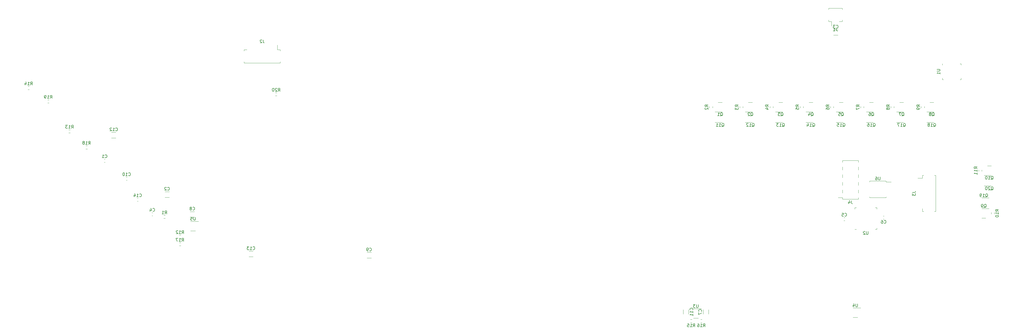
<source format=gbr>
%TF.GenerationSoftware,KiCad,Pcbnew,7.0.7+dfsg-1*%
%TF.CreationDate,2024-03-22T17:08:38+01:00*%
%TF.ProjectId,led_display,6c65645f-6469-4737-906c-61792e6b6963,rev?*%
%TF.SameCoordinates,Original*%
%TF.FileFunction,Legend,Bot*%
%TF.FilePolarity,Positive*%
%FSLAX46Y46*%
G04 Gerber Fmt 4.6, Leading zero omitted, Abs format (unit mm)*
G04 Created by KiCad (PCBNEW 7.0.7+dfsg-1) date 2024-03-22 17:08:38*
%MOMM*%
%LPD*%
G01*
G04 APERTURE LIST*
%ADD10C,0.150000*%
%ADD11C,0.120000*%
G04 APERTURE END LIST*
D10*
X-87410953Y-116909580D02*
X-87363334Y-116957200D01*
X-87363334Y-116957200D02*
X-87220477Y-117004819D01*
X-87220477Y-117004819D02*
X-87125239Y-117004819D01*
X-87125239Y-117004819D02*
X-86982382Y-116957200D01*
X-86982382Y-116957200D02*
X-86887144Y-116861961D01*
X-86887144Y-116861961D02*
X-86839525Y-116766723D01*
X-86839525Y-116766723D02*
X-86791906Y-116576247D01*
X-86791906Y-116576247D02*
X-86791906Y-116433390D01*
X-86791906Y-116433390D02*
X-86839525Y-116242914D01*
X-86839525Y-116242914D02*
X-86887144Y-116147676D01*
X-86887144Y-116147676D02*
X-86982382Y-116052438D01*
X-86982382Y-116052438D02*
X-87125239Y-116004819D01*
X-87125239Y-116004819D02*
X-87220477Y-116004819D01*
X-87220477Y-116004819D02*
X-87363334Y-116052438D01*
X-87363334Y-116052438D02*
X-87410953Y-116100057D01*
X-87982382Y-116433390D02*
X-87887144Y-116385771D01*
X-87887144Y-116385771D02*
X-87839525Y-116338152D01*
X-87839525Y-116338152D02*
X-87791906Y-116242914D01*
X-87791906Y-116242914D02*
X-87791906Y-116195295D01*
X-87791906Y-116195295D02*
X-87839525Y-116100057D01*
X-87839525Y-116100057D02*
X-87887144Y-116052438D01*
X-87887144Y-116052438D02*
X-87982382Y-116004819D01*
X-87982382Y-116004819D02*
X-88172858Y-116004819D01*
X-88172858Y-116004819D02*
X-88268096Y-116052438D01*
X-88268096Y-116052438D02*
X-88315715Y-116100057D01*
X-88315715Y-116100057D02*
X-88363334Y-116195295D01*
X-88363334Y-116195295D02*
X-88363334Y-116242914D01*
X-88363334Y-116242914D02*
X-88315715Y-116338152D01*
X-88315715Y-116338152D02*
X-88268096Y-116385771D01*
X-88268096Y-116385771D02*
X-88172858Y-116433390D01*
X-88172858Y-116433390D02*
X-87982382Y-116433390D01*
X-87982382Y-116433390D02*
X-87887144Y-116481009D01*
X-87887144Y-116481009D02*
X-87839525Y-116528628D01*
X-87839525Y-116528628D02*
X-87791906Y-116623866D01*
X-87791906Y-116623866D02*
X-87791906Y-116814342D01*
X-87791906Y-116814342D02*
X-87839525Y-116909580D01*
X-87839525Y-116909580D02*
X-87887144Y-116957200D01*
X-87887144Y-116957200D02*
X-87982382Y-117004819D01*
X-87982382Y-117004819D02*
X-88172858Y-117004819D01*
X-88172858Y-117004819D02*
X-88268096Y-116957200D01*
X-88268096Y-116957200D02*
X-88315715Y-116909580D01*
X-88315715Y-116909580D02*
X-88363334Y-116814342D01*
X-88363334Y-116814342D02*
X-88363334Y-116623866D01*
X-88363334Y-116623866D02*
X-88315715Y-116528628D01*
X-88315715Y-116528628D02*
X-88268096Y-116481009D01*
X-88268096Y-116481009D02*
X-88172858Y-116433390D01*
X158634819Y-70438095D02*
X159444342Y-70438095D01*
X159444342Y-70438095D02*
X159539580Y-70485714D01*
X159539580Y-70485714D02*
X159587200Y-70533333D01*
X159587200Y-70533333D02*
X159634819Y-70628571D01*
X159634819Y-70628571D02*
X159634819Y-70819047D01*
X159634819Y-70819047D02*
X159587200Y-70914285D01*
X159587200Y-70914285D02*
X159539580Y-70961904D01*
X159539580Y-70961904D02*
X159444342Y-71009523D01*
X159444342Y-71009523D02*
X158634819Y-71009523D01*
X159634819Y-72009523D02*
X159634819Y-71438095D01*
X159634819Y-71723809D02*
X158634819Y-71723809D01*
X158634819Y-71723809D02*
X158777676Y-71628571D01*
X158777676Y-71628571D02*
X158872914Y-71533333D01*
X158872914Y-71533333D02*
X158920533Y-71438095D01*
X141166666Y-121289580D02*
X141214285Y-121337200D01*
X141214285Y-121337200D02*
X141357142Y-121384819D01*
X141357142Y-121384819D02*
X141452380Y-121384819D01*
X141452380Y-121384819D02*
X141595237Y-121337200D01*
X141595237Y-121337200D02*
X141690475Y-121241961D01*
X141690475Y-121241961D02*
X141738094Y-121146723D01*
X141738094Y-121146723D02*
X141785713Y-120956247D01*
X141785713Y-120956247D02*
X141785713Y-120813390D01*
X141785713Y-120813390D02*
X141738094Y-120622914D01*
X141738094Y-120622914D02*
X141690475Y-120527676D01*
X141690475Y-120527676D02*
X141595237Y-120432438D01*
X141595237Y-120432438D02*
X141452380Y-120384819D01*
X141452380Y-120384819D02*
X141357142Y-120384819D01*
X141357142Y-120384819D02*
X141214285Y-120432438D01*
X141214285Y-120432438D02*
X141166666Y-120480057D01*
X140309523Y-120384819D02*
X140499999Y-120384819D01*
X140499999Y-120384819D02*
X140595237Y-120432438D01*
X140595237Y-120432438D02*
X140642856Y-120480057D01*
X140642856Y-120480057D02*
X140738094Y-120622914D01*
X140738094Y-120622914D02*
X140785713Y-120813390D01*
X140785713Y-120813390D02*
X140785713Y-121194342D01*
X140785713Y-121194342D02*
X140738094Y-121289580D01*
X140738094Y-121289580D02*
X140690475Y-121337200D01*
X140690475Y-121337200D02*
X140595237Y-121384819D01*
X140595237Y-121384819D02*
X140404761Y-121384819D01*
X140404761Y-121384819D02*
X140309523Y-121337200D01*
X140309523Y-121337200D02*
X140261904Y-121289580D01*
X140261904Y-121289580D02*
X140214285Y-121194342D01*
X140214285Y-121194342D02*
X140214285Y-120956247D01*
X140214285Y-120956247D02*
X140261904Y-120861009D01*
X140261904Y-120861009D02*
X140309523Y-120813390D01*
X140309523Y-120813390D02*
X140404761Y-120765771D01*
X140404761Y-120765771D02*
X140595237Y-120765771D01*
X140595237Y-120765771D02*
X140690475Y-120813390D01*
X140690475Y-120813390D02*
X140738094Y-120861009D01*
X140738094Y-120861009D02*
X140785713Y-120956247D01*
X176508928Y-110400057D02*
X176604166Y-110352438D01*
X176604166Y-110352438D02*
X176699404Y-110257200D01*
X176699404Y-110257200D02*
X176842261Y-110114342D01*
X176842261Y-110114342D02*
X176937499Y-110066723D01*
X176937499Y-110066723D02*
X177032737Y-110066723D01*
X176985118Y-110304819D02*
X177080356Y-110257200D01*
X177080356Y-110257200D02*
X177175594Y-110161961D01*
X177175594Y-110161961D02*
X177223213Y-109971485D01*
X177223213Y-109971485D02*
X177223213Y-109638152D01*
X177223213Y-109638152D02*
X177175594Y-109447676D01*
X177175594Y-109447676D02*
X177080356Y-109352438D01*
X177080356Y-109352438D02*
X176985118Y-109304819D01*
X176985118Y-109304819D02*
X176794642Y-109304819D01*
X176794642Y-109304819D02*
X176699404Y-109352438D01*
X176699404Y-109352438D02*
X176604166Y-109447676D01*
X176604166Y-109447676D02*
X176556547Y-109638152D01*
X176556547Y-109638152D02*
X176556547Y-109971485D01*
X176556547Y-109971485D02*
X176604166Y-110161961D01*
X176604166Y-110161961D02*
X176699404Y-110257200D01*
X176699404Y-110257200D02*
X176794642Y-110304819D01*
X176794642Y-110304819D02*
X176985118Y-110304819D01*
X176175594Y-109400057D02*
X176127975Y-109352438D01*
X176127975Y-109352438D02*
X176032737Y-109304819D01*
X176032737Y-109304819D02*
X175794642Y-109304819D01*
X175794642Y-109304819D02*
X175699404Y-109352438D01*
X175699404Y-109352438D02*
X175651785Y-109400057D01*
X175651785Y-109400057D02*
X175604166Y-109495295D01*
X175604166Y-109495295D02*
X175604166Y-109590533D01*
X175604166Y-109590533D02*
X175651785Y-109733390D01*
X175651785Y-109733390D02*
X176223213Y-110304819D01*
X176223213Y-110304819D02*
X175604166Y-110304819D01*
X174985118Y-109304819D02*
X174889880Y-109304819D01*
X174889880Y-109304819D02*
X174794642Y-109352438D01*
X174794642Y-109352438D02*
X174747023Y-109400057D01*
X174747023Y-109400057D02*
X174699404Y-109495295D01*
X174699404Y-109495295D02*
X174651785Y-109685771D01*
X174651785Y-109685771D02*
X174651785Y-109923866D01*
X174651785Y-109923866D02*
X174699404Y-110114342D01*
X174699404Y-110114342D02*
X174747023Y-110209580D01*
X174747023Y-110209580D02*
X174794642Y-110257200D01*
X174794642Y-110257200D02*
X174889880Y-110304819D01*
X174889880Y-110304819D02*
X174985118Y-110304819D01*
X174985118Y-110304819D02*
X175080356Y-110257200D01*
X175080356Y-110257200D02*
X175127975Y-110209580D01*
X175127975Y-110209580D02*
X175175594Y-110114342D01*
X175175594Y-110114342D02*
X175223213Y-109923866D01*
X175223213Y-109923866D02*
X175223213Y-109685771D01*
X175223213Y-109685771D02*
X175175594Y-109495295D01*
X175175594Y-109495295D02*
X175127975Y-109400057D01*
X175127975Y-109400057D02*
X175080356Y-109352438D01*
X175080356Y-109352438D02*
X174985118Y-109304819D01*
X127508928Y-89400057D02*
X127604166Y-89352438D01*
X127604166Y-89352438D02*
X127699404Y-89257200D01*
X127699404Y-89257200D02*
X127842261Y-89114342D01*
X127842261Y-89114342D02*
X127937499Y-89066723D01*
X127937499Y-89066723D02*
X128032737Y-89066723D01*
X127985118Y-89304819D02*
X128080356Y-89257200D01*
X128080356Y-89257200D02*
X128175594Y-89161961D01*
X128175594Y-89161961D02*
X128223213Y-88971485D01*
X128223213Y-88971485D02*
X128223213Y-88638152D01*
X128223213Y-88638152D02*
X128175594Y-88447676D01*
X128175594Y-88447676D02*
X128080356Y-88352438D01*
X128080356Y-88352438D02*
X127985118Y-88304819D01*
X127985118Y-88304819D02*
X127794642Y-88304819D01*
X127794642Y-88304819D02*
X127699404Y-88352438D01*
X127699404Y-88352438D02*
X127604166Y-88447676D01*
X127604166Y-88447676D02*
X127556547Y-88638152D01*
X127556547Y-88638152D02*
X127556547Y-88971485D01*
X127556547Y-88971485D02*
X127604166Y-89161961D01*
X127604166Y-89161961D02*
X127699404Y-89257200D01*
X127699404Y-89257200D02*
X127794642Y-89304819D01*
X127794642Y-89304819D02*
X127985118Y-89304819D01*
X126604166Y-89304819D02*
X127175594Y-89304819D01*
X126889880Y-89304819D02*
X126889880Y-88304819D01*
X126889880Y-88304819D02*
X126985118Y-88447676D01*
X126985118Y-88447676D02*
X127080356Y-88542914D01*
X127080356Y-88542914D02*
X127175594Y-88590533D01*
X125699404Y-88304819D02*
X126175594Y-88304819D01*
X126175594Y-88304819D02*
X126223213Y-88781009D01*
X126223213Y-88781009D02*
X126175594Y-88733390D01*
X126175594Y-88733390D02*
X126080356Y-88685771D01*
X126080356Y-88685771D02*
X125842261Y-88685771D01*
X125842261Y-88685771D02*
X125747023Y-88733390D01*
X125747023Y-88733390D02*
X125699404Y-88781009D01*
X125699404Y-88781009D02*
X125651785Y-88876247D01*
X125651785Y-88876247D02*
X125651785Y-89114342D01*
X125651785Y-89114342D02*
X125699404Y-89209580D01*
X125699404Y-89209580D02*
X125747023Y-89257200D01*
X125747023Y-89257200D02*
X125842261Y-89304819D01*
X125842261Y-89304819D02*
X126080356Y-89304819D01*
X126080356Y-89304819D02*
X126175594Y-89257200D01*
X126175594Y-89257200D02*
X126223213Y-89209580D01*
X157508928Y-89400057D02*
X157604166Y-89352438D01*
X157604166Y-89352438D02*
X157699404Y-89257200D01*
X157699404Y-89257200D02*
X157842261Y-89114342D01*
X157842261Y-89114342D02*
X157937499Y-89066723D01*
X157937499Y-89066723D02*
X158032737Y-89066723D01*
X157985118Y-89304819D02*
X158080356Y-89257200D01*
X158080356Y-89257200D02*
X158175594Y-89161961D01*
X158175594Y-89161961D02*
X158223213Y-88971485D01*
X158223213Y-88971485D02*
X158223213Y-88638152D01*
X158223213Y-88638152D02*
X158175594Y-88447676D01*
X158175594Y-88447676D02*
X158080356Y-88352438D01*
X158080356Y-88352438D02*
X157985118Y-88304819D01*
X157985118Y-88304819D02*
X157794642Y-88304819D01*
X157794642Y-88304819D02*
X157699404Y-88352438D01*
X157699404Y-88352438D02*
X157604166Y-88447676D01*
X157604166Y-88447676D02*
X157556547Y-88638152D01*
X157556547Y-88638152D02*
X157556547Y-88971485D01*
X157556547Y-88971485D02*
X157604166Y-89161961D01*
X157604166Y-89161961D02*
X157699404Y-89257200D01*
X157699404Y-89257200D02*
X157794642Y-89304819D01*
X157794642Y-89304819D02*
X157985118Y-89304819D01*
X156604166Y-89304819D02*
X157175594Y-89304819D01*
X156889880Y-89304819D02*
X156889880Y-88304819D01*
X156889880Y-88304819D02*
X156985118Y-88447676D01*
X156985118Y-88447676D02*
X157080356Y-88542914D01*
X157080356Y-88542914D02*
X157175594Y-88590533D01*
X156032737Y-88733390D02*
X156127975Y-88685771D01*
X156127975Y-88685771D02*
X156175594Y-88638152D01*
X156175594Y-88638152D02*
X156223213Y-88542914D01*
X156223213Y-88542914D02*
X156223213Y-88495295D01*
X156223213Y-88495295D02*
X156175594Y-88400057D01*
X156175594Y-88400057D02*
X156127975Y-88352438D01*
X156127975Y-88352438D02*
X156032737Y-88304819D01*
X156032737Y-88304819D02*
X155842261Y-88304819D01*
X155842261Y-88304819D02*
X155747023Y-88352438D01*
X155747023Y-88352438D02*
X155699404Y-88400057D01*
X155699404Y-88400057D02*
X155651785Y-88495295D01*
X155651785Y-88495295D02*
X155651785Y-88542914D01*
X155651785Y-88542914D02*
X155699404Y-88638152D01*
X155699404Y-88638152D02*
X155747023Y-88685771D01*
X155747023Y-88685771D02*
X155842261Y-88733390D01*
X155842261Y-88733390D02*
X156032737Y-88733390D01*
X156032737Y-88733390D02*
X156127975Y-88781009D01*
X156127975Y-88781009D02*
X156175594Y-88828628D01*
X156175594Y-88828628D02*
X156223213Y-88923866D01*
X156223213Y-88923866D02*
X156223213Y-89114342D01*
X156223213Y-89114342D02*
X156175594Y-89209580D01*
X156175594Y-89209580D02*
X156127975Y-89257200D01*
X156127975Y-89257200D02*
X156032737Y-89304819D01*
X156032737Y-89304819D02*
X155842261Y-89304819D01*
X155842261Y-89304819D02*
X155747023Y-89257200D01*
X155747023Y-89257200D02*
X155699404Y-89209580D01*
X155699404Y-89209580D02*
X155651785Y-89114342D01*
X155651785Y-89114342D02*
X155651785Y-88923866D01*
X155651785Y-88923866D02*
X155699404Y-88828628D01*
X155699404Y-88828628D02*
X155747023Y-88781009D01*
X155747023Y-88781009D02*
X155842261Y-88733390D01*
X77853580Y-150049142D02*
X77901200Y-150001523D01*
X77901200Y-150001523D02*
X77948819Y-149858666D01*
X77948819Y-149858666D02*
X77948819Y-149763428D01*
X77948819Y-149763428D02*
X77901200Y-149620571D01*
X77901200Y-149620571D02*
X77805961Y-149525333D01*
X77805961Y-149525333D02*
X77710723Y-149477714D01*
X77710723Y-149477714D02*
X77520247Y-149430095D01*
X77520247Y-149430095D02*
X77377390Y-149430095D01*
X77377390Y-149430095D02*
X77186914Y-149477714D01*
X77186914Y-149477714D02*
X77091676Y-149525333D01*
X77091676Y-149525333D02*
X76996438Y-149620571D01*
X76996438Y-149620571D02*
X76948819Y-149763428D01*
X76948819Y-149763428D02*
X76948819Y-149858666D01*
X76948819Y-149858666D02*
X76996438Y-150001523D01*
X76996438Y-150001523D02*
X77044057Y-150049142D01*
X77948819Y-151001523D02*
X77948819Y-150430095D01*
X77948819Y-150715809D02*
X76948819Y-150715809D01*
X76948819Y-150715809D02*
X77091676Y-150620571D01*
X77091676Y-150620571D02*
X77186914Y-150525333D01*
X77186914Y-150525333D02*
X77234533Y-150430095D01*
X77948819Y-151953904D02*
X77948819Y-151382476D01*
X77948819Y-151668190D02*
X76948819Y-151668190D01*
X76948819Y-151668190D02*
X77091676Y-151572952D01*
X77091676Y-151572952D02*
X77186914Y-151477714D01*
X77186914Y-151477714D02*
X77234533Y-151382476D01*
X152962319Y-82783333D02*
X152486128Y-82450000D01*
X152962319Y-82211905D02*
X151962319Y-82211905D01*
X151962319Y-82211905D02*
X151962319Y-82592857D01*
X151962319Y-82592857D02*
X152009938Y-82688095D01*
X152009938Y-82688095D02*
X152057557Y-82735714D01*
X152057557Y-82735714D02*
X152152795Y-82783333D01*
X152152795Y-82783333D02*
X152295652Y-82783333D01*
X152295652Y-82783333D02*
X152390890Y-82735714D01*
X152390890Y-82735714D02*
X152438509Y-82688095D01*
X152438509Y-82688095D02*
X152486128Y-82592857D01*
X152486128Y-82592857D02*
X152486128Y-82211905D01*
X152962319Y-83259524D02*
X152962319Y-83450000D01*
X152962319Y-83450000D02*
X152914700Y-83545238D01*
X152914700Y-83545238D02*
X152867080Y-83592857D01*
X152867080Y-83592857D02*
X152724223Y-83688095D01*
X152724223Y-83688095D02*
X152533747Y-83735714D01*
X152533747Y-83735714D02*
X152152795Y-83735714D01*
X152152795Y-83735714D02*
X152057557Y-83688095D01*
X152057557Y-83688095D02*
X152009938Y-83640476D01*
X152009938Y-83640476D02*
X151962319Y-83545238D01*
X151962319Y-83545238D02*
X151962319Y-83354762D01*
X151962319Y-83354762D02*
X152009938Y-83259524D01*
X152009938Y-83259524D02*
X152057557Y-83211905D01*
X152057557Y-83211905D02*
X152152795Y-83164286D01*
X152152795Y-83164286D02*
X152390890Y-83164286D01*
X152390890Y-83164286D02*
X152486128Y-83211905D01*
X152486128Y-83211905D02*
X152533747Y-83259524D01*
X152533747Y-83259524D02*
X152581366Y-83354762D01*
X152581366Y-83354762D02*
X152581366Y-83545238D01*
X152581366Y-83545238D02*
X152533747Y-83640476D01*
X152533747Y-83640476D02*
X152486128Y-83688095D01*
X152486128Y-83688095D02*
X152390890Y-83735714D01*
X-121884762Y-95254819D02*
X-121551429Y-94778628D01*
X-121313334Y-95254819D02*
X-121313334Y-94254819D01*
X-121313334Y-94254819D02*
X-121694286Y-94254819D01*
X-121694286Y-94254819D02*
X-121789524Y-94302438D01*
X-121789524Y-94302438D02*
X-121837143Y-94350057D01*
X-121837143Y-94350057D02*
X-121884762Y-94445295D01*
X-121884762Y-94445295D02*
X-121884762Y-94588152D01*
X-121884762Y-94588152D02*
X-121837143Y-94683390D01*
X-121837143Y-94683390D02*
X-121789524Y-94731009D01*
X-121789524Y-94731009D02*
X-121694286Y-94778628D01*
X-121694286Y-94778628D02*
X-121313334Y-94778628D01*
X-122837143Y-95254819D02*
X-122265715Y-95254819D01*
X-122551429Y-95254819D02*
X-122551429Y-94254819D01*
X-122551429Y-94254819D02*
X-122456191Y-94397676D01*
X-122456191Y-94397676D02*
X-122360953Y-94492914D01*
X-122360953Y-94492914D02*
X-122265715Y-94540533D01*
X-123408572Y-94683390D02*
X-123313334Y-94635771D01*
X-123313334Y-94635771D02*
X-123265715Y-94588152D01*
X-123265715Y-94588152D02*
X-123218096Y-94492914D01*
X-123218096Y-94492914D02*
X-123218096Y-94445295D01*
X-123218096Y-94445295D02*
X-123265715Y-94350057D01*
X-123265715Y-94350057D02*
X-123313334Y-94302438D01*
X-123313334Y-94302438D02*
X-123408572Y-94254819D01*
X-123408572Y-94254819D02*
X-123599048Y-94254819D01*
X-123599048Y-94254819D02*
X-123694286Y-94302438D01*
X-123694286Y-94302438D02*
X-123741905Y-94350057D01*
X-123741905Y-94350057D02*
X-123789524Y-94445295D01*
X-123789524Y-94445295D02*
X-123789524Y-94492914D01*
X-123789524Y-94492914D02*
X-123741905Y-94588152D01*
X-123741905Y-94588152D02*
X-123694286Y-94635771D01*
X-123694286Y-94635771D02*
X-123599048Y-94683390D01*
X-123599048Y-94683390D02*
X-123408572Y-94683390D01*
X-123408572Y-94683390D02*
X-123313334Y-94731009D01*
X-123313334Y-94731009D02*
X-123265715Y-94778628D01*
X-123265715Y-94778628D02*
X-123218096Y-94873866D01*
X-123218096Y-94873866D02*
X-123218096Y-95064342D01*
X-123218096Y-95064342D02*
X-123265715Y-95159580D01*
X-123265715Y-95159580D02*
X-123313334Y-95207200D01*
X-123313334Y-95207200D02*
X-123408572Y-95254819D01*
X-123408572Y-95254819D02*
X-123599048Y-95254819D01*
X-123599048Y-95254819D02*
X-123694286Y-95207200D01*
X-123694286Y-95207200D02*
X-123741905Y-95159580D01*
X-123741905Y-95159580D02*
X-123789524Y-95064342D01*
X-123789524Y-95064342D02*
X-123789524Y-94873866D01*
X-123789524Y-94873866D02*
X-123741905Y-94778628D01*
X-123741905Y-94778628D02*
X-123694286Y-94731009D01*
X-123694286Y-94731009D02*
X-123599048Y-94683390D01*
X-105004762Y-112509580D02*
X-104957143Y-112557200D01*
X-104957143Y-112557200D02*
X-104814286Y-112604819D01*
X-104814286Y-112604819D02*
X-104719048Y-112604819D01*
X-104719048Y-112604819D02*
X-104576191Y-112557200D01*
X-104576191Y-112557200D02*
X-104480953Y-112461961D01*
X-104480953Y-112461961D02*
X-104433334Y-112366723D01*
X-104433334Y-112366723D02*
X-104385715Y-112176247D01*
X-104385715Y-112176247D02*
X-104385715Y-112033390D01*
X-104385715Y-112033390D02*
X-104433334Y-111842914D01*
X-104433334Y-111842914D02*
X-104480953Y-111747676D01*
X-104480953Y-111747676D02*
X-104576191Y-111652438D01*
X-104576191Y-111652438D02*
X-104719048Y-111604819D01*
X-104719048Y-111604819D02*
X-104814286Y-111604819D01*
X-104814286Y-111604819D02*
X-104957143Y-111652438D01*
X-104957143Y-111652438D02*
X-105004762Y-111700057D01*
X-105957143Y-112604819D02*
X-105385715Y-112604819D01*
X-105671429Y-112604819D02*
X-105671429Y-111604819D01*
X-105671429Y-111604819D02*
X-105576191Y-111747676D01*
X-105576191Y-111747676D02*
X-105480953Y-111842914D01*
X-105480953Y-111842914D02*
X-105385715Y-111890533D01*
X-106814286Y-111938152D02*
X-106814286Y-112604819D01*
X-106576191Y-111557200D02*
X-106338096Y-112271485D01*
X-106338096Y-112271485D02*
X-106957143Y-112271485D01*
X157032738Y-85900057D02*
X157127976Y-85852438D01*
X157127976Y-85852438D02*
X157223214Y-85757200D01*
X157223214Y-85757200D02*
X157366071Y-85614342D01*
X157366071Y-85614342D02*
X157461309Y-85566723D01*
X157461309Y-85566723D02*
X157556547Y-85566723D01*
X157508928Y-85804819D02*
X157604166Y-85757200D01*
X157604166Y-85757200D02*
X157699404Y-85661961D01*
X157699404Y-85661961D02*
X157747023Y-85471485D01*
X157747023Y-85471485D02*
X157747023Y-85138152D01*
X157747023Y-85138152D02*
X157699404Y-84947676D01*
X157699404Y-84947676D02*
X157604166Y-84852438D01*
X157604166Y-84852438D02*
X157508928Y-84804819D01*
X157508928Y-84804819D02*
X157318452Y-84804819D01*
X157318452Y-84804819D02*
X157223214Y-84852438D01*
X157223214Y-84852438D02*
X157127976Y-84947676D01*
X157127976Y-84947676D02*
X157080357Y-85138152D01*
X157080357Y-85138152D02*
X157080357Y-85471485D01*
X157080357Y-85471485D02*
X157127976Y-85661961D01*
X157127976Y-85661961D02*
X157223214Y-85757200D01*
X157223214Y-85757200D02*
X157318452Y-85804819D01*
X157318452Y-85804819D02*
X157508928Y-85804819D01*
X156508928Y-85233390D02*
X156604166Y-85185771D01*
X156604166Y-85185771D02*
X156651785Y-85138152D01*
X156651785Y-85138152D02*
X156699404Y-85042914D01*
X156699404Y-85042914D02*
X156699404Y-84995295D01*
X156699404Y-84995295D02*
X156651785Y-84900057D01*
X156651785Y-84900057D02*
X156604166Y-84852438D01*
X156604166Y-84852438D02*
X156508928Y-84804819D01*
X156508928Y-84804819D02*
X156318452Y-84804819D01*
X156318452Y-84804819D02*
X156223214Y-84852438D01*
X156223214Y-84852438D02*
X156175595Y-84900057D01*
X156175595Y-84900057D02*
X156127976Y-84995295D01*
X156127976Y-84995295D02*
X156127976Y-85042914D01*
X156127976Y-85042914D02*
X156175595Y-85138152D01*
X156175595Y-85138152D02*
X156223214Y-85185771D01*
X156223214Y-85185771D02*
X156318452Y-85233390D01*
X156318452Y-85233390D02*
X156508928Y-85233390D01*
X156508928Y-85233390D02*
X156604166Y-85281009D01*
X156604166Y-85281009D02*
X156651785Y-85328628D01*
X156651785Y-85328628D02*
X156699404Y-85423866D01*
X156699404Y-85423866D02*
X156699404Y-85614342D01*
X156699404Y-85614342D02*
X156651785Y-85709580D01*
X156651785Y-85709580D02*
X156604166Y-85757200D01*
X156604166Y-85757200D02*
X156508928Y-85804819D01*
X156508928Y-85804819D02*
X156318452Y-85804819D01*
X156318452Y-85804819D02*
X156223214Y-85757200D01*
X156223214Y-85757200D02*
X156175595Y-85709580D01*
X156175595Y-85709580D02*
X156127976Y-85614342D01*
X156127976Y-85614342D02*
X156127976Y-85423866D01*
X156127976Y-85423866D02*
X156175595Y-85328628D01*
X156175595Y-85328628D02*
X156223214Y-85281009D01*
X156223214Y-85281009D02*
X156318452Y-85233390D01*
X132962319Y-82783333D02*
X132486128Y-82450000D01*
X132962319Y-82211905D02*
X131962319Y-82211905D01*
X131962319Y-82211905D02*
X131962319Y-82592857D01*
X131962319Y-82592857D02*
X132009938Y-82688095D01*
X132009938Y-82688095D02*
X132057557Y-82735714D01*
X132057557Y-82735714D02*
X132152795Y-82783333D01*
X132152795Y-82783333D02*
X132295652Y-82783333D01*
X132295652Y-82783333D02*
X132390890Y-82735714D01*
X132390890Y-82735714D02*
X132438509Y-82688095D01*
X132438509Y-82688095D02*
X132486128Y-82592857D01*
X132486128Y-82592857D02*
X132486128Y-82211905D01*
X131962319Y-83116667D02*
X131962319Y-83783333D01*
X131962319Y-83783333D02*
X132962319Y-83354762D01*
X87032738Y-85900057D02*
X87127976Y-85852438D01*
X87127976Y-85852438D02*
X87223214Y-85757200D01*
X87223214Y-85757200D02*
X87366071Y-85614342D01*
X87366071Y-85614342D02*
X87461309Y-85566723D01*
X87461309Y-85566723D02*
X87556547Y-85566723D01*
X87508928Y-85804819D02*
X87604166Y-85757200D01*
X87604166Y-85757200D02*
X87699404Y-85661961D01*
X87699404Y-85661961D02*
X87747023Y-85471485D01*
X87747023Y-85471485D02*
X87747023Y-85138152D01*
X87747023Y-85138152D02*
X87699404Y-84947676D01*
X87699404Y-84947676D02*
X87604166Y-84852438D01*
X87604166Y-84852438D02*
X87508928Y-84804819D01*
X87508928Y-84804819D02*
X87318452Y-84804819D01*
X87318452Y-84804819D02*
X87223214Y-84852438D01*
X87223214Y-84852438D02*
X87127976Y-84947676D01*
X87127976Y-84947676D02*
X87080357Y-85138152D01*
X87080357Y-85138152D02*
X87080357Y-85471485D01*
X87080357Y-85471485D02*
X87127976Y-85661961D01*
X87127976Y-85661961D02*
X87223214Y-85757200D01*
X87223214Y-85757200D02*
X87318452Y-85804819D01*
X87318452Y-85804819D02*
X87508928Y-85804819D01*
X86127976Y-85804819D02*
X86699404Y-85804819D01*
X86413690Y-85804819D02*
X86413690Y-84804819D01*
X86413690Y-84804819D02*
X86508928Y-84947676D01*
X86508928Y-84947676D02*
X86604166Y-85042914D01*
X86604166Y-85042914D02*
X86699404Y-85090533D01*
X-134554762Y-80054819D02*
X-134221429Y-79578628D01*
X-133983334Y-80054819D02*
X-133983334Y-79054819D01*
X-133983334Y-79054819D02*
X-134364286Y-79054819D01*
X-134364286Y-79054819D02*
X-134459524Y-79102438D01*
X-134459524Y-79102438D02*
X-134507143Y-79150057D01*
X-134507143Y-79150057D02*
X-134554762Y-79245295D01*
X-134554762Y-79245295D02*
X-134554762Y-79388152D01*
X-134554762Y-79388152D02*
X-134507143Y-79483390D01*
X-134507143Y-79483390D02*
X-134459524Y-79531009D01*
X-134459524Y-79531009D02*
X-134364286Y-79578628D01*
X-134364286Y-79578628D02*
X-133983334Y-79578628D01*
X-135507143Y-80054819D02*
X-134935715Y-80054819D01*
X-135221429Y-80054819D02*
X-135221429Y-79054819D01*
X-135221429Y-79054819D02*
X-135126191Y-79197676D01*
X-135126191Y-79197676D02*
X-135030953Y-79292914D01*
X-135030953Y-79292914D02*
X-134935715Y-79340533D01*
X-135983334Y-80054819D02*
X-136173810Y-80054819D01*
X-136173810Y-80054819D02*
X-136269048Y-80007200D01*
X-136269048Y-80007200D02*
X-136316667Y-79959580D01*
X-136316667Y-79959580D02*
X-136411905Y-79816723D01*
X-136411905Y-79816723D02*
X-136459524Y-79626247D01*
X-136459524Y-79626247D02*
X-136459524Y-79245295D01*
X-136459524Y-79245295D02*
X-136411905Y-79150057D01*
X-136411905Y-79150057D02*
X-136364286Y-79102438D01*
X-136364286Y-79102438D02*
X-136269048Y-79054819D01*
X-136269048Y-79054819D02*
X-136078572Y-79054819D01*
X-136078572Y-79054819D02*
X-135983334Y-79102438D01*
X-135983334Y-79102438D02*
X-135935715Y-79150057D01*
X-135935715Y-79150057D02*
X-135888096Y-79245295D01*
X-135888096Y-79245295D02*
X-135888096Y-79483390D01*
X-135888096Y-79483390D02*
X-135935715Y-79578628D01*
X-135935715Y-79578628D02*
X-135983334Y-79626247D01*
X-135983334Y-79626247D02*
X-136078572Y-79673866D01*
X-136078572Y-79673866D02*
X-136269048Y-79673866D01*
X-136269048Y-79673866D02*
X-136364286Y-79626247D01*
X-136364286Y-79626247D02*
X-136411905Y-79578628D01*
X-136411905Y-79578628D02*
X-136459524Y-79483390D01*
X-96630953Y-118254819D02*
X-96297620Y-117778628D01*
X-96059525Y-118254819D02*
X-96059525Y-117254819D01*
X-96059525Y-117254819D02*
X-96440477Y-117254819D01*
X-96440477Y-117254819D02*
X-96535715Y-117302438D01*
X-96535715Y-117302438D02*
X-96583334Y-117350057D01*
X-96583334Y-117350057D02*
X-96630953Y-117445295D01*
X-96630953Y-117445295D02*
X-96630953Y-117588152D01*
X-96630953Y-117588152D02*
X-96583334Y-117683390D01*
X-96583334Y-117683390D02*
X-96535715Y-117731009D01*
X-96535715Y-117731009D02*
X-96440477Y-117778628D01*
X-96440477Y-117778628D02*
X-96059525Y-117778628D01*
X-97583334Y-118254819D02*
X-97011906Y-118254819D01*
X-97297620Y-118254819D02*
X-97297620Y-117254819D01*
X-97297620Y-117254819D02*
X-97202382Y-117397676D01*
X-97202382Y-117397676D02*
X-97107144Y-117492914D01*
X-97107144Y-117492914D02*
X-97011906Y-117540533D01*
X150554819Y-111166666D02*
X151269104Y-111166666D01*
X151269104Y-111166666D02*
X151411961Y-111119047D01*
X151411961Y-111119047D02*
X151507200Y-111023809D01*
X151507200Y-111023809D02*
X151554819Y-110880952D01*
X151554819Y-110880952D02*
X151554819Y-110785714D01*
X150554819Y-111547619D02*
X150554819Y-112166666D01*
X150554819Y-112166666D02*
X150935771Y-111833333D01*
X150935771Y-111833333D02*
X150935771Y-111976190D01*
X150935771Y-111976190D02*
X150983390Y-112071428D01*
X150983390Y-112071428D02*
X151031009Y-112119047D01*
X151031009Y-112119047D02*
X151126247Y-112166666D01*
X151126247Y-112166666D02*
X151364342Y-112166666D01*
X151364342Y-112166666D02*
X151459580Y-112119047D01*
X151459580Y-112119047D02*
X151507200Y-112071428D01*
X151507200Y-112071428D02*
X151554819Y-111976190D01*
X151554819Y-111976190D02*
X151554819Y-111690476D01*
X151554819Y-111690476D02*
X151507200Y-111595238D01*
X151507200Y-111595238D02*
X151459580Y-111547619D01*
X107032738Y-85900057D02*
X107127976Y-85852438D01*
X107127976Y-85852438D02*
X107223214Y-85757200D01*
X107223214Y-85757200D02*
X107366071Y-85614342D01*
X107366071Y-85614342D02*
X107461309Y-85566723D01*
X107461309Y-85566723D02*
X107556547Y-85566723D01*
X107508928Y-85804819D02*
X107604166Y-85757200D01*
X107604166Y-85757200D02*
X107699404Y-85661961D01*
X107699404Y-85661961D02*
X107747023Y-85471485D01*
X107747023Y-85471485D02*
X107747023Y-85138152D01*
X107747023Y-85138152D02*
X107699404Y-84947676D01*
X107699404Y-84947676D02*
X107604166Y-84852438D01*
X107604166Y-84852438D02*
X107508928Y-84804819D01*
X107508928Y-84804819D02*
X107318452Y-84804819D01*
X107318452Y-84804819D02*
X107223214Y-84852438D01*
X107223214Y-84852438D02*
X107127976Y-84947676D01*
X107127976Y-84947676D02*
X107080357Y-85138152D01*
X107080357Y-85138152D02*
X107080357Y-85471485D01*
X107080357Y-85471485D02*
X107127976Y-85661961D01*
X107127976Y-85661961D02*
X107223214Y-85757200D01*
X107223214Y-85757200D02*
X107318452Y-85804819D01*
X107318452Y-85804819D02*
X107508928Y-85804819D01*
X106747023Y-84804819D02*
X106127976Y-84804819D01*
X106127976Y-84804819D02*
X106461309Y-85185771D01*
X106461309Y-85185771D02*
X106318452Y-85185771D01*
X106318452Y-85185771D02*
X106223214Y-85233390D01*
X106223214Y-85233390D02*
X106175595Y-85281009D01*
X106175595Y-85281009D02*
X106127976Y-85376247D01*
X106127976Y-85376247D02*
X106127976Y-85614342D01*
X106127976Y-85614342D02*
X106175595Y-85709580D01*
X106175595Y-85709580D02*
X106223214Y-85757200D01*
X106223214Y-85757200D02*
X106318452Y-85804819D01*
X106318452Y-85804819D02*
X106604166Y-85804819D01*
X106604166Y-85804819D02*
X106699404Y-85757200D01*
X106699404Y-85757200D02*
X106747023Y-85709580D01*
X112962319Y-82783333D02*
X112486128Y-82450000D01*
X112962319Y-82211905D02*
X111962319Y-82211905D01*
X111962319Y-82211905D02*
X111962319Y-82592857D01*
X111962319Y-82592857D02*
X112009938Y-82688095D01*
X112009938Y-82688095D02*
X112057557Y-82735714D01*
X112057557Y-82735714D02*
X112152795Y-82783333D01*
X112152795Y-82783333D02*
X112295652Y-82783333D01*
X112295652Y-82783333D02*
X112390890Y-82735714D01*
X112390890Y-82735714D02*
X112438509Y-82688095D01*
X112438509Y-82688095D02*
X112486128Y-82592857D01*
X112486128Y-82592857D02*
X112486128Y-82211905D01*
X111962319Y-83688095D02*
X111962319Y-83211905D01*
X111962319Y-83211905D02*
X112438509Y-83164286D01*
X112438509Y-83164286D02*
X112390890Y-83211905D01*
X112390890Y-83211905D02*
X112343271Y-83307143D01*
X112343271Y-83307143D02*
X112343271Y-83545238D01*
X112343271Y-83545238D02*
X112390890Y-83640476D01*
X112390890Y-83640476D02*
X112438509Y-83688095D01*
X112438509Y-83688095D02*
X112533747Y-83735714D01*
X112533747Y-83735714D02*
X112771842Y-83735714D01*
X112771842Y-83735714D02*
X112867080Y-83688095D01*
X112867080Y-83688095D02*
X112914700Y-83640476D01*
X112914700Y-83640476D02*
X112962319Y-83545238D01*
X112962319Y-83545238D02*
X112962319Y-83307143D01*
X112962319Y-83307143D02*
X112914700Y-83211905D01*
X112914700Y-83211905D02*
X112867080Y-83164286D01*
X-91004762Y-124804819D02*
X-90671429Y-124328628D01*
X-90433334Y-124804819D02*
X-90433334Y-123804819D01*
X-90433334Y-123804819D02*
X-90814286Y-123804819D01*
X-90814286Y-123804819D02*
X-90909524Y-123852438D01*
X-90909524Y-123852438D02*
X-90957143Y-123900057D01*
X-90957143Y-123900057D02*
X-91004762Y-123995295D01*
X-91004762Y-123995295D02*
X-91004762Y-124138152D01*
X-91004762Y-124138152D02*
X-90957143Y-124233390D01*
X-90957143Y-124233390D02*
X-90909524Y-124281009D01*
X-90909524Y-124281009D02*
X-90814286Y-124328628D01*
X-90814286Y-124328628D02*
X-90433334Y-124328628D01*
X-91957143Y-124804819D02*
X-91385715Y-124804819D01*
X-91671429Y-124804819D02*
X-91671429Y-123804819D01*
X-91671429Y-123804819D02*
X-91576191Y-123947676D01*
X-91576191Y-123947676D02*
X-91480953Y-124042914D01*
X-91480953Y-124042914D02*
X-91385715Y-124090533D01*
X-92338096Y-123900057D02*
X-92385715Y-123852438D01*
X-92385715Y-123852438D02*
X-92480953Y-123804819D01*
X-92480953Y-123804819D02*
X-92719048Y-123804819D01*
X-92719048Y-123804819D02*
X-92814286Y-123852438D01*
X-92814286Y-123852438D02*
X-92861905Y-123900057D01*
X-92861905Y-123900057D02*
X-92909524Y-123995295D01*
X-92909524Y-123995295D02*
X-92909524Y-124090533D01*
X-92909524Y-124090533D02*
X-92861905Y-124233390D01*
X-92861905Y-124233390D02*
X-92290477Y-124804819D01*
X-92290477Y-124804819D02*
X-92909524Y-124804819D01*
X-67534762Y-130009580D02*
X-67487143Y-130057200D01*
X-67487143Y-130057200D02*
X-67344286Y-130104819D01*
X-67344286Y-130104819D02*
X-67249048Y-130104819D01*
X-67249048Y-130104819D02*
X-67106191Y-130057200D01*
X-67106191Y-130057200D02*
X-67010953Y-129961961D01*
X-67010953Y-129961961D02*
X-66963334Y-129866723D01*
X-66963334Y-129866723D02*
X-66915715Y-129676247D01*
X-66915715Y-129676247D02*
X-66915715Y-129533390D01*
X-66915715Y-129533390D02*
X-66963334Y-129342914D01*
X-66963334Y-129342914D02*
X-67010953Y-129247676D01*
X-67010953Y-129247676D02*
X-67106191Y-129152438D01*
X-67106191Y-129152438D02*
X-67249048Y-129104819D01*
X-67249048Y-129104819D02*
X-67344286Y-129104819D01*
X-67344286Y-129104819D02*
X-67487143Y-129152438D01*
X-67487143Y-129152438D02*
X-67534762Y-129200057D01*
X-68487143Y-130104819D02*
X-67915715Y-130104819D01*
X-68201429Y-130104819D02*
X-68201429Y-129104819D01*
X-68201429Y-129104819D02*
X-68106191Y-129247676D01*
X-68106191Y-129247676D02*
X-68010953Y-129342914D01*
X-68010953Y-129342914D02*
X-67915715Y-129390533D01*
X-68820477Y-129104819D02*
X-69439524Y-129104819D01*
X-69439524Y-129104819D02*
X-69106191Y-129485771D01*
X-69106191Y-129485771D02*
X-69249048Y-129485771D01*
X-69249048Y-129485771D02*
X-69344286Y-129533390D01*
X-69344286Y-129533390D02*
X-69391905Y-129581009D01*
X-69391905Y-129581009D02*
X-69439524Y-129676247D01*
X-69439524Y-129676247D02*
X-69439524Y-129914342D01*
X-69439524Y-129914342D02*
X-69391905Y-130009580D01*
X-69391905Y-130009580D02*
X-69344286Y-130057200D01*
X-69344286Y-130057200D02*
X-69249048Y-130104819D01*
X-69249048Y-130104819D02*
X-68963334Y-130104819D01*
X-68963334Y-130104819D02*
X-68868096Y-130057200D01*
X-68868096Y-130057200D02*
X-68820477Y-130009580D01*
X128166666Y-118929580D02*
X128214285Y-118977200D01*
X128214285Y-118977200D02*
X128357142Y-119024819D01*
X128357142Y-119024819D02*
X128452380Y-119024819D01*
X128452380Y-119024819D02*
X128595237Y-118977200D01*
X128595237Y-118977200D02*
X128690475Y-118881961D01*
X128690475Y-118881961D02*
X128738094Y-118786723D01*
X128738094Y-118786723D02*
X128785713Y-118596247D01*
X128785713Y-118596247D02*
X128785713Y-118453390D01*
X128785713Y-118453390D02*
X128738094Y-118262914D01*
X128738094Y-118262914D02*
X128690475Y-118167676D01*
X128690475Y-118167676D02*
X128595237Y-118072438D01*
X128595237Y-118072438D02*
X128452380Y-118024819D01*
X128452380Y-118024819D02*
X128357142Y-118024819D01*
X128357142Y-118024819D02*
X128214285Y-118072438D01*
X128214285Y-118072438D02*
X128166666Y-118120057D01*
X127261904Y-118024819D02*
X127738094Y-118024819D01*
X127738094Y-118024819D02*
X127785713Y-118501009D01*
X127785713Y-118501009D02*
X127738094Y-118453390D01*
X127738094Y-118453390D02*
X127642856Y-118405771D01*
X127642856Y-118405771D02*
X127404761Y-118405771D01*
X127404761Y-118405771D02*
X127309523Y-118453390D01*
X127309523Y-118453390D02*
X127261904Y-118501009D01*
X127261904Y-118501009D02*
X127214285Y-118596247D01*
X127214285Y-118596247D02*
X127214285Y-118834342D01*
X127214285Y-118834342D02*
X127261904Y-118929580D01*
X127261904Y-118929580D02*
X127309523Y-118977200D01*
X127309523Y-118977200D02*
X127404761Y-119024819D01*
X127404761Y-119024819D02*
X127642856Y-119024819D01*
X127642856Y-119024819D02*
X127738094Y-118977200D01*
X127738094Y-118977200D02*
X127785713Y-118929580D01*
X137508928Y-89400057D02*
X137604166Y-89352438D01*
X137604166Y-89352438D02*
X137699404Y-89257200D01*
X137699404Y-89257200D02*
X137842261Y-89114342D01*
X137842261Y-89114342D02*
X137937499Y-89066723D01*
X137937499Y-89066723D02*
X138032737Y-89066723D01*
X137985118Y-89304819D02*
X138080356Y-89257200D01*
X138080356Y-89257200D02*
X138175594Y-89161961D01*
X138175594Y-89161961D02*
X138223213Y-88971485D01*
X138223213Y-88971485D02*
X138223213Y-88638152D01*
X138223213Y-88638152D02*
X138175594Y-88447676D01*
X138175594Y-88447676D02*
X138080356Y-88352438D01*
X138080356Y-88352438D02*
X137985118Y-88304819D01*
X137985118Y-88304819D02*
X137794642Y-88304819D01*
X137794642Y-88304819D02*
X137699404Y-88352438D01*
X137699404Y-88352438D02*
X137604166Y-88447676D01*
X137604166Y-88447676D02*
X137556547Y-88638152D01*
X137556547Y-88638152D02*
X137556547Y-88971485D01*
X137556547Y-88971485D02*
X137604166Y-89161961D01*
X137604166Y-89161961D02*
X137699404Y-89257200D01*
X137699404Y-89257200D02*
X137794642Y-89304819D01*
X137794642Y-89304819D02*
X137985118Y-89304819D01*
X136604166Y-89304819D02*
X137175594Y-89304819D01*
X136889880Y-89304819D02*
X136889880Y-88304819D01*
X136889880Y-88304819D02*
X136985118Y-88447676D01*
X136985118Y-88447676D02*
X137080356Y-88542914D01*
X137080356Y-88542914D02*
X137175594Y-88590533D01*
X135747023Y-88304819D02*
X135937499Y-88304819D01*
X135937499Y-88304819D02*
X136032737Y-88352438D01*
X136032737Y-88352438D02*
X136080356Y-88400057D01*
X136080356Y-88400057D02*
X136175594Y-88542914D01*
X136175594Y-88542914D02*
X136223213Y-88733390D01*
X136223213Y-88733390D02*
X136223213Y-89114342D01*
X136223213Y-89114342D02*
X136175594Y-89209580D01*
X136175594Y-89209580D02*
X136127975Y-89257200D01*
X136127975Y-89257200D02*
X136032737Y-89304819D01*
X136032737Y-89304819D02*
X135842261Y-89304819D01*
X135842261Y-89304819D02*
X135747023Y-89257200D01*
X135747023Y-89257200D02*
X135699404Y-89209580D01*
X135699404Y-89209580D02*
X135651785Y-89114342D01*
X135651785Y-89114342D02*
X135651785Y-88876247D01*
X135651785Y-88876247D02*
X135699404Y-88781009D01*
X135699404Y-88781009D02*
X135747023Y-88733390D01*
X135747023Y-88733390D02*
X135842261Y-88685771D01*
X135842261Y-88685771D02*
X136032737Y-88685771D01*
X136032737Y-88685771D02*
X136127975Y-88733390D01*
X136127975Y-88733390D02*
X136175594Y-88781009D01*
X136175594Y-88781009D02*
X136223213Y-88876247D01*
X107508928Y-89400057D02*
X107604166Y-89352438D01*
X107604166Y-89352438D02*
X107699404Y-89257200D01*
X107699404Y-89257200D02*
X107842261Y-89114342D01*
X107842261Y-89114342D02*
X107937499Y-89066723D01*
X107937499Y-89066723D02*
X108032737Y-89066723D01*
X107985118Y-89304819D02*
X108080356Y-89257200D01*
X108080356Y-89257200D02*
X108175594Y-89161961D01*
X108175594Y-89161961D02*
X108223213Y-88971485D01*
X108223213Y-88971485D02*
X108223213Y-88638152D01*
X108223213Y-88638152D02*
X108175594Y-88447676D01*
X108175594Y-88447676D02*
X108080356Y-88352438D01*
X108080356Y-88352438D02*
X107985118Y-88304819D01*
X107985118Y-88304819D02*
X107794642Y-88304819D01*
X107794642Y-88304819D02*
X107699404Y-88352438D01*
X107699404Y-88352438D02*
X107604166Y-88447676D01*
X107604166Y-88447676D02*
X107556547Y-88638152D01*
X107556547Y-88638152D02*
X107556547Y-88971485D01*
X107556547Y-88971485D02*
X107604166Y-89161961D01*
X107604166Y-89161961D02*
X107699404Y-89257200D01*
X107699404Y-89257200D02*
X107794642Y-89304819D01*
X107794642Y-89304819D02*
X107985118Y-89304819D01*
X106604166Y-89304819D02*
X107175594Y-89304819D01*
X106889880Y-89304819D02*
X106889880Y-88304819D01*
X106889880Y-88304819D02*
X106985118Y-88447676D01*
X106985118Y-88447676D02*
X107080356Y-88542914D01*
X107080356Y-88542914D02*
X107175594Y-88590533D01*
X106270832Y-88304819D02*
X105651785Y-88304819D01*
X105651785Y-88304819D02*
X105985118Y-88685771D01*
X105985118Y-88685771D02*
X105842261Y-88685771D01*
X105842261Y-88685771D02*
X105747023Y-88733390D01*
X105747023Y-88733390D02*
X105699404Y-88781009D01*
X105699404Y-88781009D02*
X105651785Y-88876247D01*
X105651785Y-88876247D02*
X105651785Y-89114342D01*
X105651785Y-89114342D02*
X105699404Y-89209580D01*
X105699404Y-89209580D02*
X105747023Y-89257200D01*
X105747023Y-89257200D02*
X105842261Y-89304819D01*
X105842261Y-89304819D02*
X106127975Y-89304819D01*
X106127975Y-89304819D02*
X106223213Y-89257200D01*
X106223213Y-89257200D02*
X106270832Y-89209580D01*
X97032738Y-85900057D02*
X97127976Y-85852438D01*
X97127976Y-85852438D02*
X97223214Y-85757200D01*
X97223214Y-85757200D02*
X97366071Y-85614342D01*
X97366071Y-85614342D02*
X97461309Y-85566723D01*
X97461309Y-85566723D02*
X97556547Y-85566723D01*
X97508928Y-85804819D02*
X97604166Y-85757200D01*
X97604166Y-85757200D02*
X97699404Y-85661961D01*
X97699404Y-85661961D02*
X97747023Y-85471485D01*
X97747023Y-85471485D02*
X97747023Y-85138152D01*
X97747023Y-85138152D02*
X97699404Y-84947676D01*
X97699404Y-84947676D02*
X97604166Y-84852438D01*
X97604166Y-84852438D02*
X97508928Y-84804819D01*
X97508928Y-84804819D02*
X97318452Y-84804819D01*
X97318452Y-84804819D02*
X97223214Y-84852438D01*
X97223214Y-84852438D02*
X97127976Y-84947676D01*
X97127976Y-84947676D02*
X97080357Y-85138152D01*
X97080357Y-85138152D02*
X97080357Y-85471485D01*
X97080357Y-85471485D02*
X97127976Y-85661961D01*
X97127976Y-85661961D02*
X97223214Y-85757200D01*
X97223214Y-85757200D02*
X97318452Y-85804819D01*
X97318452Y-85804819D02*
X97508928Y-85804819D01*
X96699404Y-84900057D02*
X96651785Y-84852438D01*
X96651785Y-84852438D02*
X96556547Y-84804819D01*
X96556547Y-84804819D02*
X96318452Y-84804819D01*
X96318452Y-84804819D02*
X96223214Y-84852438D01*
X96223214Y-84852438D02*
X96175595Y-84900057D01*
X96175595Y-84900057D02*
X96127976Y-84995295D01*
X96127976Y-84995295D02*
X96127976Y-85090533D01*
X96127976Y-85090533D02*
X96175595Y-85233390D01*
X96175595Y-85233390D02*
X96747023Y-85804819D01*
X96747023Y-85804819D02*
X96127976Y-85804819D01*
X122962319Y-82783333D02*
X122486128Y-82450000D01*
X122962319Y-82211905D02*
X121962319Y-82211905D01*
X121962319Y-82211905D02*
X121962319Y-82592857D01*
X121962319Y-82592857D02*
X122009938Y-82688095D01*
X122009938Y-82688095D02*
X122057557Y-82735714D01*
X122057557Y-82735714D02*
X122152795Y-82783333D01*
X122152795Y-82783333D02*
X122295652Y-82783333D01*
X122295652Y-82783333D02*
X122390890Y-82735714D01*
X122390890Y-82735714D02*
X122438509Y-82688095D01*
X122438509Y-82688095D02*
X122486128Y-82592857D01*
X122486128Y-82592857D02*
X122486128Y-82211905D01*
X121962319Y-83640476D02*
X121962319Y-83450000D01*
X121962319Y-83450000D02*
X122009938Y-83354762D01*
X122009938Y-83354762D02*
X122057557Y-83307143D01*
X122057557Y-83307143D02*
X122200414Y-83211905D01*
X122200414Y-83211905D02*
X122390890Y-83164286D01*
X122390890Y-83164286D02*
X122771842Y-83164286D01*
X122771842Y-83164286D02*
X122867080Y-83211905D01*
X122867080Y-83211905D02*
X122914700Y-83259524D01*
X122914700Y-83259524D02*
X122962319Y-83354762D01*
X122962319Y-83354762D02*
X122962319Y-83545238D01*
X122962319Y-83545238D02*
X122914700Y-83640476D01*
X122914700Y-83640476D02*
X122867080Y-83688095D01*
X122867080Y-83688095D02*
X122771842Y-83735714D01*
X122771842Y-83735714D02*
X122533747Y-83735714D01*
X122533747Y-83735714D02*
X122438509Y-83688095D01*
X122438509Y-83688095D02*
X122390890Y-83640476D01*
X122390890Y-83640476D02*
X122343271Y-83545238D01*
X122343271Y-83545238D02*
X122343271Y-83354762D01*
X122343271Y-83354762D02*
X122390890Y-83259524D01*
X122390890Y-83259524D02*
X122438509Y-83211905D01*
X122438509Y-83211905D02*
X122533747Y-83164286D01*
X-112924762Y-90709580D02*
X-112877143Y-90757200D01*
X-112877143Y-90757200D02*
X-112734286Y-90804819D01*
X-112734286Y-90804819D02*
X-112639048Y-90804819D01*
X-112639048Y-90804819D02*
X-112496191Y-90757200D01*
X-112496191Y-90757200D02*
X-112400953Y-90661961D01*
X-112400953Y-90661961D02*
X-112353334Y-90566723D01*
X-112353334Y-90566723D02*
X-112305715Y-90376247D01*
X-112305715Y-90376247D02*
X-112305715Y-90233390D01*
X-112305715Y-90233390D02*
X-112353334Y-90042914D01*
X-112353334Y-90042914D02*
X-112400953Y-89947676D01*
X-112400953Y-89947676D02*
X-112496191Y-89852438D01*
X-112496191Y-89852438D02*
X-112639048Y-89804819D01*
X-112639048Y-89804819D02*
X-112734286Y-89804819D01*
X-112734286Y-89804819D02*
X-112877143Y-89852438D01*
X-112877143Y-89852438D02*
X-112924762Y-89900057D01*
X-113877143Y-90804819D02*
X-113305715Y-90804819D01*
X-113591429Y-90804819D02*
X-113591429Y-89804819D01*
X-113591429Y-89804819D02*
X-113496191Y-89947676D01*
X-113496191Y-89947676D02*
X-113400953Y-90042914D01*
X-113400953Y-90042914D02*
X-113305715Y-90090533D01*
X-114258096Y-89900057D02*
X-114305715Y-89852438D01*
X-114305715Y-89852438D02*
X-114400953Y-89804819D01*
X-114400953Y-89804819D02*
X-114639048Y-89804819D01*
X-114639048Y-89804819D02*
X-114734286Y-89852438D01*
X-114734286Y-89852438D02*
X-114781905Y-89900057D01*
X-114781905Y-89900057D02*
X-114829524Y-89995295D01*
X-114829524Y-89995295D02*
X-114829524Y-90090533D01*
X-114829524Y-90090533D02*
X-114781905Y-90233390D01*
X-114781905Y-90233390D02*
X-114210477Y-90804819D01*
X-114210477Y-90804819D02*
X-114829524Y-90804819D01*
X-127534762Y-89954819D02*
X-127201429Y-89478628D01*
X-126963334Y-89954819D02*
X-126963334Y-88954819D01*
X-126963334Y-88954819D02*
X-127344286Y-88954819D01*
X-127344286Y-88954819D02*
X-127439524Y-89002438D01*
X-127439524Y-89002438D02*
X-127487143Y-89050057D01*
X-127487143Y-89050057D02*
X-127534762Y-89145295D01*
X-127534762Y-89145295D02*
X-127534762Y-89288152D01*
X-127534762Y-89288152D02*
X-127487143Y-89383390D01*
X-127487143Y-89383390D02*
X-127439524Y-89431009D01*
X-127439524Y-89431009D02*
X-127344286Y-89478628D01*
X-127344286Y-89478628D02*
X-126963334Y-89478628D01*
X-128487143Y-89954819D02*
X-127915715Y-89954819D01*
X-128201429Y-89954819D02*
X-128201429Y-88954819D01*
X-128201429Y-88954819D02*
X-128106191Y-89097676D01*
X-128106191Y-89097676D02*
X-128010953Y-89192914D01*
X-128010953Y-89192914D02*
X-127915715Y-89240533D01*
X-128820477Y-88954819D02*
X-129439524Y-88954819D01*
X-129439524Y-88954819D02*
X-129106191Y-89335771D01*
X-129106191Y-89335771D02*
X-129249048Y-89335771D01*
X-129249048Y-89335771D02*
X-129344286Y-89383390D01*
X-129344286Y-89383390D02*
X-129391905Y-89431009D01*
X-129391905Y-89431009D02*
X-129439524Y-89526247D01*
X-129439524Y-89526247D02*
X-129439524Y-89764342D01*
X-129439524Y-89764342D02*
X-129391905Y-89859580D01*
X-129391905Y-89859580D02*
X-129344286Y-89907200D01*
X-129344286Y-89907200D02*
X-129249048Y-89954819D01*
X-129249048Y-89954819D02*
X-128963334Y-89954819D01*
X-128963334Y-89954819D02*
X-128868096Y-89907200D01*
X-128868096Y-89907200D02*
X-128820477Y-89859580D01*
X-95760953Y-110359580D02*
X-95713334Y-110407200D01*
X-95713334Y-110407200D02*
X-95570477Y-110454819D01*
X-95570477Y-110454819D02*
X-95475239Y-110454819D01*
X-95475239Y-110454819D02*
X-95332382Y-110407200D01*
X-95332382Y-110407200D02*
X-95237144Y-110311961D01*
X-95237144Y-110311961D02*
X-95189525Y-110216723D01*
X-95189525Y-110216723D02*
X-95141906Y-110026247D01*
X-95141906Y-110026247D02*
X-95141906Y-109883390D01*
X-95141906Y-109883390D02*
X-95189525Y-109692914D01*
X-95189525Y-109692914D02*
X-95237144Y-109597676D01*
X-95237144Y-109597676D02*
X-95332382Y-109502438D01*
X-95332382Y-109502438D02*
X-95475239Y-109454819D01*
X-95475239Y-109454819D02*
X-95570477Y-109454819D01*
X-95570477Y-109454819D02*
X-95713334Y-109502438D01*
X-95713334Y-109502438D02*
X-95760953Y-109550057D01*
X-96141906Y-109550057D02*
X-96189525Y-109502438D01*
X-96189525Y-109502438D02*
X-96284763Y-109454819D01*
X-96284763Y-109454819D02*
X-96522858Y-109454819D01*
X-96522858Y-109454819D02*
X-96618096Y-109502438D01*
X-96618096Y-109502438D02*
X-96665715Y-109550057D01*
X-96665715Y-109550057D02*
X-96713334Y-109645295D01*
X-96713334Y-109645295D02*
X-96713334Y-109740533D01*
X-96713334Y-109740533D02*
X-96665715Y-109883390D01*
X-96665715Y-109883390D02*
X-96094287Y-110454819D01*
X-96094287Y-110454819D02*
X-96713334Y-110454819D01*
X174220238Y-116200057D02*
X174315476Y-116152438D01*
X174315476Y-116152438D02*
X174410714Y-116057200D01*
X174410714Y-116057200D02*
X174553571Y-115914342D01*
X174553571Y-115914342D02*
X174648809Y-115866723D01*
X174648809Y-115866723D02*
X174744047Y-115866723D01*
X174696428Y-116104819D02*
X174791666Y-116057200D01*
X174791666Y-116057200D02*
X174886904Y-115961961D01*
X174886904Y-115961961D02*
X174934523Y-115771485D01*
X174934523Y-115771485D02*
X174934523Y-115438152D01*
X174934523Y-115438152D02*
X174886904Y-115247676D01*
X174886904Y-115247676D02*
X174791666Y-115152438D01*
X174791666Y-115152438D02*
X174696428Y-115104819D01*
X174696428Y-115104819D02*
X174505952Y-115104819D01*
X174505952Y-115104819D02*
X174410714Y-115152438D01*
X174410714Y-115152438D02*
X174315476Y-115247676D01*
X174315476Y-115247676D02*
X174267857Y-115438152D01*
X174267857Y-115438152D02*
X174267857Y-115771485D01*
X174267857Y-115771485D02*
X174315476Y-115961961D01*
X174315476Y-115961961D02*
X174410714Y-116057200D01*
X174410714Y-116057200D02*
X174505952Y-116104819D01*
X174505952Y-116104819D02*
X174696428Y-116104819D01*
X173791666Y-116104819D02*
X173601190Y-116104819D01*
X173601190Y-116104819D02*
X173505952Y-116057200D01*
X173505952Y-116057200D02*
X173458333Y-116009580D01*
X173458333Y-116009580D02*
X173363095Y-115866723D01*
X173363095Y-115866723D02*
X173315476Y-115676247D01*
X173315476Y-115676247D02*
X173315476Y-115295295D01*
X173315476Y-115295295D02*
X173363095Y-115200057D01*
X173363095Y-115200057D02*
X173410714Y-115152438D01*
X173410714Y-115152438D02*
X173505952Y-115104819D01*
X173505952Y-115104819D02*
X173696428Y-115104819D01*
X173696428Y-115104819D02*
X173791666Y-115152438D01*
X173791666Y-115152438D02*
X173839285Y-115200057D01*
X173839285Y-115200057D02*
X173886904Y-115295295D01*
X173886904Y-115295295D02*
X173886904Y-115533390D01*
X173886904Y-115533390D02*
X173839285Y-115628628D01*
X173839285Y-115628628D02*
X173791666Y-115676247D01*
X173791666Y-115676247D02*
X173696428Y-115723866D01*
X173696428Y-115723866D02*
X173505952Y-115723866D01*
X173505952Y-115723866D02*
X173410714Y-115676247D01*
X173410714Y-115676247D02*
X173363095Y-115628628D01*
X173363095Y-115628628D02*
X173315476Y-115533390D01*
X179009819Y-117407142D02*
X178533628Y-117073809D01*
X179009819Y-116835714D02*
X178009819Y-116835714D01*
X178009819Y-116835714D02*
X178009819Y-117216666D01*
X178009819Y-117216666D02*
X178057438Y-117311904D01*
X178057438Y-117311904D02*
X178105057Y-117359523D01*
X178105057Y-117359523D02*
X178200295Y-117407142D01*
X178200295Y-117407142D02*
X178343152Y-117407142D01*
X178343152Y-117407142D02*
X178438390Y-117359523D01*
X178438390Y-117359523D02*
X178486009Y-117311904D01*
X178486009Y-117311904D02*
X178533628Y-117216666D01*
X178533628Y-117216666D02*
X178533628Y-116835714D01*
X179009819Y-118359523D02*
X179009819Y-117788095D01*
X179009819Y-118073809D02*
X178009819Y-118073809D01*
X178009819Y-118073809D02*
X178152676Y-117978571D01*
X178152676Y-117978571D02*
X178247914Y-117883333D01*
X178247914Y-117883333D02*
X178295533Y-117788095D01*
X178009819Y-118978571D02*
X178009819Y-119073809D01*
X178009819Y-119073809D02*
X178057438Y-119169047D01*
X178057438Y-119169047D02*
X178105057Y-119216666D01*
X178105057Y-119216666D02*
X178200295Y-119264285D01*
X178200295Y-119264285D02*
X178390771Y-119311904D01*
X178390771Y-119311904D02*
X178628866Y-119311904D01*
X178628866Y-119311904D02*
X178819342Y-119264285D01*
X178819342Y-119264285D02*
X178914580Y-119216666D01*
X178914580Y-119216666D02*
X178962200Y-119169047D01*
X178962200Y-119169047D02*
X179009819Y-119073809D01*
X179009819Y-119073809D02*
X179009819Y-118978571D01*
X179009819Y-118978571D02*
X178962200Y-118883333D01*
X178962200Y-118883333D02*
X178914580Y-118835714D01*
X178914580Y-118835714D02*
X178819342Y-118788095D01*
X178819342Y-118788095D02*
X178628866Y-118740476D01*
X178628866Y-118740476D02*
X178390771Y-118740476D01*
X178390771Y-118740476D02*
X178200295Y-118788095D01*
X178200295Y-118788095D02*
X178105057Y-118835714D01*
X178105057Y-118835714D02*
X178057438Y-118883333D01*
X178057438Y-118883333D02*
X178009819Y-118978571D01*
X132399404Y-148004819D02*
X132399404Y-148814342D01*
X132399404Y-148814342D02*
X132351785Y-148909580D01*
X132351785Y-148909580D02*
X132304166Y-148957200D01*
X132304166Y-148957200D02*
X132208928Y-149004819D01*
X132208928Y-149004819D02*
X132018452Y-149004819D01*
X132018452Y-149004819D02*
X131923214Y-148957200D01*
X131923214Y-148957200D02*
X131875595Y-148909580D01*
X131875595Y-148909580D02*
X131827976Y-148814342D01*
X131827976Y-148814342D02*
X131827976Y-148004819D01*
X130923214Y-148338152D02*
X130923214Y-149004819D01*
X131161309Y-147957200D02*
X131399404Y-148671485D01*
X131399404Y-148671485D02*
X130780357Y-148671485D01*
X147508928Y-89400057D02*
X147604166Y-89352438D01*
X147604166Y-89352438D02*
X147699404Y-89257200D01*
X147699404Y-89257200D02*
X147842261Y-89114342D01*
X147842261Y-89114342D02*
X147937499Y-89066723D01*
X147937499Y-89066723D02*
X148032737Y-89066723D01*
X147985118Y-89304819D02*
X148080356Y-89257200D01*
X148080356Y-89257200D02*
X148175594Y-89161961D01*
X148175594Y-89161961D02*
X148223213Y-88971485D01*
X148223213Y-88971485D02*
X148223213Y-88638152D01*
X148223213Y-88638152D02*
X148175594Y-88447676D01*
X148175594Y-88447676D02*
X148080356Y-88352438D01*
X148080356Y-88352438D02*
X147985118Y-88304819D01*
X147985118Y-88304819D02*
X147794642Y-88304819D01*
X147794642Y-88304819D02*
X147699404Y-88352438D01*
X147699404Y-88352438D02*
X147604166Y-88447676D01*
X147604166Y-88447676D02*
X147556547Y-88638152D01*
X147556547Y-88638152D02*
X147556547Y-88971485D01*
X147556547Y-88971485D02*
X147604166Y-89161961D01*
X147604166Y-89161961D02*
X147699404Y-89257200D01*
X147699404Y-89257200D02*
X147794642Y-89304819D01*
X147794642Y-89304819D02*
X147985118Y-89304819D01*
X146604166Y-89304819D02*
X147175594Y-89304819D01*
X146889880Y-89304819D02*
X146889880Y-88304819D01*
X146889880Y-88304819D02*
X146985118Y-88447676D01*
X146985118Y-88447676D02*
X147080356Y-88542914D01*
X147080356Y-88542914D02*
X147175594Y-88590533D01*
X146270832Y-88304819D02*
X145604166Y-88304819D01*
X145604166Y-88304819D02*
X146032737Y-89304819D01*
X174696428Y-112700057D02*
X174791666Y-112652438D01*
X174791666Y-112652438D02*
X174886904Y-112557200D01*
X174886904Y-112557200D02*
X175029761Y-112414342D01*
X175029761Y-112414342D02*
X175124999Y-112366723D01*
X175124999Y-112366723D02*
X175220237Y-112366723D01*
X175172618Y-112604819D02*
X175267856Y-112557200D01*
X175267856Y-112557200D02*
X175363094Y-112461961D01*
X175363094Y-112461961D02*
X175410713Y-112271485D01*
X175410713Y-112271485D02*
X175410713Y-111938152D01*
X175410713Y-111938152D02*
X175363094Y-111747676D01*
X175363094Y-111747676D02*
X175267856Y-111652438D01*
X175267856Y-111652438D02*
X175172618Y-111604819D01*
X175172618Y-111604819D02*
X174982142Y-111604819D01*
X174982142Y-111604819D02*
X174886904Y-111652438D01*
X174886904Y-111652438D02*
X174791666Y-111747676D01*
X174791666Y-111747676D02*
X174744047Y-111938152D01*
X174744047Y-111938152D02*
X174744047Y-112271485D01*
X174744047Y-112271485D02*
X174791666Y-112461961D01*
X174791666Y-112461961D02*
X174886904Y-112557200D01*
X174886904Y-112557200D02*
X174982142Y-112604819D01*
X174982142Y-112604819D02*
X175172618Y-112604819D01*
X173791666Y-112604819D02*
X174363094Y-112604819D01*
X174077380Y-112604819D02*
X174077380Y-111604819D01*
X174077380Y-111604819D02*
X174172618Y-111747676D01*
X174172618Y-111747676D02*
X174267856Y-111842914D01*
X174267856Y-111842914D02*
X174363094Y-111890533D01*
X173315475Y-112604819D02*
X173124999Y-112604819D01*
X173124999Y-112604819D02*
X173029761Y-112557200D01*
X173029761Y-112557200D02*
X172982142Y-112509580D01*
X172982142Y-112509580D02*
X172886904Y-112366723D01*
X172886904Y-112366723D02*
X172839285Y-112176247D01*
X172839285Y-112176247D02*
X172839285Y-111795295D01*
X172839285Y-111795295D02*
X172886904Y-111700057D01*
X172886904Y-111700057D02*
X172934523Y-111652438D01*
X172934523Y-111652438D02*
X173029761Y-111604819D01*
X173029761Y-111604819D02*
X173220237Y-111604819D01*
X173220237Y-111604819D02*
X173315475Y-111652438D01*
X173315475Y-111652438D02*
X173363094Y-111700057D01*
X173363094Y-111700057D02*
X173410713Y-111795295D01*
X173410713Y-111795295D02*
X173410713Y-112033390D01*
X173410713Y-112033390D02*
X173363094Y-112128628D01*
X173363094Y-112128628D02*
X173315475Y-112176247D01*
X173315475Y-112176247D02*
X173220237Y-112223866D01*
X173220237Y-112223866D02*
X173029761Y-112223866D01*
X173029761Y-112223866D02*
X172934523Y-112176247D01*
X172934523Y-112176247D02*
X172886904Y-112128628D01*
X172886904Y-112128628D02*
X172839285Y-112033390D01*
X-86565715Y-119354819D02*
X-86565715Y-120164342D01*
X-86565715Y-120164342D02*
X-86613334Y-120259580D01*
X-86613334Y-120259580D02*
X-86660953Y-120307200D01*
X-86660953Y-120307200D02*
X-86756191Y-120354819D01*
X-86756191Y-120354819D02*
X-86946667Y-120354819D01*
X-86946667Y-120354819D02*
X-87041905Y-120307200D01*
X-87041905Y-120307200D02*
X-87089524Y-120259580D01*
X-87089524Y-120259580D02*
X-87137143Y-120164342D01*
X-87137143Y-120164342D02*
X-87137143Y-119354819D01*
X-88089524Y-119354819D02*
X-87613334Y-119354819D01*
X-87613334Y-119354819D02*
X-87565715Y-119831009D01*
X-87565715Y-119831009D02*
X-87613334Y-119783390D01*
X-87613334Y-119783390D02*
X-87708572Y-119735771D01*
X-87708572Y-119735771D02*
X-87946667Y-119735771D01*
X-87946667Y-119735771D02*
X-88041905Y-119783390D01*
X-88041905Y-119783390D02*
X-88089524Y-119831009D01*
X-88089524Y-119831009D02*
X-88137143Y-119926247D01*
X-88137143Y-119926247D02*
X-88137143Y-120164342D01*
X-88137143Y-120164342D02*
X-88089524Y-120259580D01*
X-88089524Y-120259580D02*
X-88041905Y-120307200D01*
X-88041905Y-120307200D02*
X-87946667Y-120354819D01*
X-87946667Y-120354819D02*
X-87708572Y-120354819D01*
X-87708572Y-120354819D02*
X-87613334Y-120307200D01*
X-87613334Y-120307200D02*
X-87565715Y-120259580D01*
X79707904Y-148254819D02*
X79707904Y-149064342D01*
X79707904Y-149064342D02*
X79660285Y-149159580D01*
X79660285Y-149159580D02*
X79612666Y-149207200D01*
X79612666Y-149207200D02*
X79517428Y-149254819D01*
X79517428Y-149254819D02*
X79326952Y-149254819D01*
X79326952Y-149254819D02*
X79231714Y-149207200D01*
X79231714Y-149207200D02*
X79184095Y-149159580D01*
X79184095Y-149159580D02*
X79136476Y-149064342D01*
X79136476Y-149064342D02*
X79136476Y-148254819D01*
X78755523Y-148254819D02*
X78136476Y-148254819D01*
X78136476Y-148254819D02*
X78469809Y-148635771D01*
X78469809Y-148635771D02*
X78326952Y-148635771D01*
X78326952Y-148635771D02*
X78231714Y-148683390D01*
X78231714Y-148683390D02*
X78184095Y-148731009D01*
X78184095Y-148731009D02*
X78136476Y-148826247D01*
X78136476Y-148826247D02*
X78136476Y-149064342D01*
X78136476Y-149064342D02*
X78184095Y-149159580D01*
X78184095Y-149159580D02*
X78231714Y-149207200D01*
X78231714Y-149207200D02*
X78326952Y-149254819D01*
X78326952Y-149254819D02*
X78612666Y-149254819D01*
X78612666Y-149254819D02*
X78707904Y-149207200D01*
X78707904Y-149207200D02*
X78755523Y-149159580D01*
X81366857Y-155624819D02*
X81700190Y-155148628D01*
X81938285Y-155624819D02*
X81938285Y-154624819D01*
X81938285Y-154624819D02*
X81557333Y-154624819D01*
X81557333Y-154624819D02*
X81462095Y-154672438D01*
X81462095Y-154672438D02*
X81414476Y-154720057D01*
X81414476Y-154720057D02*
X81366857Y-154815295D01*
X81366857Y-154815295D02*
X81366857Y-154958152D01*
X81366857Y-154958152D02*
X81414476Y-155053390D01*
X81414476Y-155053390D02*
X81462095Y-155101009D01*
X81462095Y-155101009D02*
X81557333Y-155148628D01*
X81557333Y-155148628D02*
X81938285Y-155148628D01*
X80414476Y-155624819D02*
X80985904Y-155624819D01*
X80700190Y-155624819D02*
X80700190Y-154624819D01*
X80700190Y-154624819D02*
X80795428Y-154767676D01*
X80795428Y-154767676D02*
X80890666Y-154862914D01*
X80890666Y-154862914D02*
X80985904Y-154910533D01*
X79557333Y-154624819D02*
X79747809Y-154624819D01*
X79747809Y-154624819D02*
X79843047Y-154672438D01*
X79843047Y-154672438D02*
X79890666Y-154720057D01*
X79890666Y-154720057D02*
X79985904Y-154862914D01*
X79985904Y-154862914D02*
X80033523Y-155053390D01*
X80033523Y-155053390D02*
X80033523Y-155434342D01*
X80033523Y-155434342D02*
X79985904Y-155529580D01*
X79985904Y-155529580D02*
X79938285Y-155577200D01*
X79938285Y-155577200D02*
X79843047Y-155624819D01*
X79843047Y-155624819D02*
X79652571Y-155624819D01*
X79652571Y-155624819D02*
X79557333Y-155577200D01*
X79557333Y-155577200D02*
X79509714Y-155529580D01*
X79509714Y-155529580D02*
X79462095Y-155434342D01*
X79462095Y-155434342D02*
X79462095Y-155196247D01*
X79462095Y-155196247D02*
X79509714Y-155101009D01*
X79509714Y-155101009D02*
X79557333Y-155053390D01*
X79557333Y-155053390D02*
X79652571Y-155005771D01*
X79652571Y-155005771D02*
X79843047Y-155005771D01*
X79843047Y-155005771D02*
X79938285Y-155053390D01*
X79938285Y-155053390D02*
X79985904Y-155101009D01*
X79985904Y-155101009D02*
X80033523Y-155196247D01*
X125340666Y-56745580D02*
X125388285Y-56793200D01*
X125388285Y-56793200D02*
X125531142Y-56840819D01*
X125531142Y-56840819D02*
X125626380Y-56840819D01*
X125626380Y-56840819D02*
X125769237Y-56793200D01*
X125769237Y-56793200D02*
X125864475Y-56697961D01*
X125864475Y-56697961D02*
X125912094Y-56602723D01*
X125912094Y-56602723D02*
X125959713Y-56412247D01*
X125959713Y-56412247D02*
X125959713Y-56269390D01*
X125959713Y-56269390D02*
X125912094Y-56078914D01*
X125912094Y-56078914D02*
X125864475Y-55983676D01*
X125864475Y-55983676D02*
X125769237Y-55888438D01*
X125769237Y-55888438D02*
X125626380Y-55840819D01*
X125626380Y-55840819D02*
X125531142Y-55840819D01*
X125531142Y-55840819D02*
X125388285Y-55888438D01*
X125388285Y-55888438D02*
X125340666Y-55936057D01*
X125007332Y-55840819D02*
X124388285Y-55840819D01*
X124388285Y-55840819D02*
X124721618Y-56221771D01*
X124721618Y-56221771D02*
X124578761Y-56221771D01*
X124578761Y-56221771D02*
X124483523Y-56269390D01*
X124483523Y-56269390D02*
X124435904Y-56317009D01*
X124435904Y-56317009D02*
X124388285Y-56412247D01*
X124388285Y-56412247D02*
X124388285Y-56650342D01*
X124388285Y-56650342D02*
X124435904Y-56745580D01*
X124435904Y-56745580D02*
X124483523Y-56793200D01*
X124483523Y-56793200D02*
X124578761Y-56840819D01*
X124578761Y-56840819D02*
X124864475Y-56840819D01*
X124864475Y-56840819D02*
X124959713Y-56793200D01*
X124959713Y-56793200D02*
X125007332Y-56745580D01*
X147032738Y-85900057D02*
X147127976Y-85852438D01*
X147127976Y-85852438D02*
X147223214Y-85757200D01*
X147223214Y-85757200D02*
X147366071Y-85614342D01*
X147366071Y-85614342D02*
X147461309Y-85566723D01*
X147461309Y-85566723D02*
X147556547Y-85566723D01*
X147508928Y-85804819D02*
X147604166Y-85757200D01*
X147604166Y-85757200D02*
X147699404Y-85661961D01*
X147699404Y-85661961D02*
X147747023Y-85471485D01*
X147747023Y-85471485D02*
X147747023Y-85138152D01*
X147747023Y-85138152D02*
X147699404Y-84947676D01*
X147699404Y-84947676D02*
X147604166Y-84852438D01*
X147604166Y-84852438D02*
X147508928Y-84804819D01*
X147508928Y-84804819D02*
X147318452Y-84804819D01*
X147318452Y-84804819D02*
X147223214Y-84852438D01*
X147223214Y-84852438D02*
X147127976Y-84947676D01*
X147127976Y-84947676D02*
X147080357Y-85138152D01*
X147080357Y-85138152D02*
X147080357Y-85471485D01*
X147080357Y-85471485D02*
X147127976Y-85661961D01*
X147127976Y-85661961D02*
X147223214Y-85757200D01*
X147223214Y-85757200D02*
X147318452Y-85804819D01*
X147318452Y-85804819D02*
X147508928Y-85804819D01*
X146747023Y-84804819D02*
X146080357Y-84804819D01*
X146080357Y-84804819D02*
X146508928Y-85804819D01*
X97508928Y-89400057D02*
X97604166Y-89352438D01*
X97604166Y-89352438D02*
X97699404Y-89257200D01*
X97699404Y-89257200D02*
X97842261Y-89114342D01*
X97842261Y-89114342D02*
X97937499Y-89066723D01*
X97937499Y-89066723D02*
X98032737Y-89066723D01*
X97985118Y-89304819D02*
X98080356Y-89257200D01*
X98080356Y-89257200D02*
X98175594Y-89161961D01*
X98175594Y-89161961D02*
X98223213Y-88971485D01*
X98223213Y-88971485D02*
X98223213Y-88638152D01*
X98223213Y-88638152D02*
X98175594Y-88447676D01*
X98175594Y-88447676D02*
X98080356Y-88352438D01*
X98080356Y-88352438D02*
X97985118Y-88304819D01*
X97985118Y-88304819D02*
X97794642Y-88304819D01*
X97794642Y-88304819D02*
X97699404Y-88352438D01*
X97699404Y-88352438D02*
X97604166Y-88447676D01*
X97604166Y-88447676D02*
X97556547Y-88638152D01*
X97556547Y-88638152D02*
X97556547Y-88971485D01*
X97556547Y-88971485D02*
X97604166Y-89161961D01*
X97604166Y-89161961D02*
X97699404Y-89257200D01*
X97699404Y-89257200D02*
X97794642Y-89304819D01*
X97794642Y-89304819D02*
X97985118Y-89304819D01*
X96604166Y-89304819D02*
X97175594Y-89304819D01*
X96889880Y-89304819D02*
X96889880Y-88304819D01*
X96889880Y-88304819D02*
X96985118Y-88447676D01*
X96985118Y-88447676D02*
X97080356Y-88542914D01*
X97080356Y-88542914D02*
X97175594Y-88590533D01*
X96223213Y-88400057D02*
X96175594Y-88352438D01*
X96175594Y-88352438D02*
X96080356Y-88304819D01*
X96080356Y-88304819D02*
X95842261Y-88304819D01*
X95842261Y-88304819D02*
X95747023Y-88352438D01*
X95747023Y-88352438D02*
X95699404Y-88400057D01*
X95699404Y-88400057D02*
X95651785Y-88495295D01*
X95651785Y-88495295D02*
X95651785Y-88590533D01*
X95651785Y-88590533D02*
X95699404Y-88733390D01*
X95699404Y-88733390D02*
X96270832Y-89304819D01*
X96270832Y-89304819D02*
X95651785Y-89304819D01*
X102962319Y-82783333D02*
X102486128Y-82450000D01*
X102962319Y-82211905D02*
X101962319Y-82211905D01*
X101962319Y-82211905D02*
X101962319Y-82592857D01*
X101962319Y-82592857D02*
X102009938Y-82688095D01*
X102009938Y-82688095D02*
X102057557Y-82735714D01*
X102057557Y-82735714D02*
X102152795Y-82783333D01*
X102152795Y-82783333D02*
X102295652Y-82783333D01*
X102295652Y-82783333D02*
X102390890Y-82735714D01*
X102390890Y-82735714D02*
X102438509Y-82688095D01*
X102438509Y-82688095D02*
X102486128Y-82592857D01*
X102486128Y-82592857D02*
X102486128Y-82211905D01*
X102295652Y-83640476D02*
X102962319Y-83640476D01*
X101914700Y-83402381D02*
X102628985Y-83164286D01*
X102628985Y-83164286D02*
X102628985Y-83783333D01*
X78001857Y-155624819D02*
X78335190Y-155148628D01*
X78573285Y-155624819D02*
X78573285Y-154624819D01*
X78573285Y-154624819D02*
X78192333Y-154624819D01*
X78192333Y-154624819D02*
X78097095Y-154672438D01*
X78097095Y-154672438D02*
X78049476Y-154720057D01*
X78049476Y-154720057D02*
X78001857Y-154815295D01*
X78001857Y-154815295D02*
X78001857Y-154958152D01*
X78001857Y-154958152D02*
X78049476Y-155053390D01*
X78049476Y-155053390D02*
X78097095Y-155101009D01*
X78097095Y-155101009D02*
X78192333Y-155148628D01*
X78192333Y-155148628D02*
X78573285Y-155148628D01*
X77049476Y-155624819D02*
X77620904Y-155624819D01*
X77335190Y-155624819D02*
X77335190Y-154624819D01*
X77335190Y-154624819D02*
X77430428Y-154767676D01*
X77430428Y-154767676D02*
X77525666Y-154862914D01*
X77525666Y-154862914D02*
X77620904Y-154910533D01*
X76144714Y-154624819D02*
X76620904Y-154624819D01*
X76620904Y-154624819D02*
X76668523Y-155101009D01*
X76668523Y-155101009D02*
X76620904Y-155053390D01*
X76620904Y-155053390D02*
X76525666Y-155005771D01*
X76525666Y-155005771D02*
X76287571Y-155005771D01*
X76287571Y-155005771D02*
X76192333Y-155053390D01*
X76192333Y-155053390D02*
X76144714Y-155101009D01*
X76144714Y-155101009D02*
X76097095Y-155196247D01*
X76097095Y-155196247D02*
X76097095Y-155434342D01*
X76097095Y-155434342D02*
X76144714Y-155529580D01*
X76144714Y-155529580D02*
X76192333Y-155577200D01*
X76192333Y-155577200D02*
X76287571Y-155624819D01*
X76287571Y-155624819D02*
X76525666Y-155624819D01*
X76525666Y-155624819D02*
X76620904Y-155577200D01*
X76620904Y-155577200D02*
X76668523Y-155529580D01*
X92962319Y-82783333D02*
X92486128Y-82450000D01*
X92962319Y-82211905D02*
X91962319Y-82211905D01*
X91962319Y-82211905D02*
X91962319Y-82592857D01*
X91962319Y-82592857D02*
X92009938Y-82688095D01*
X92009938Y-82688095D02*
X92057557Y-82735714D01*
X92057557Y-82735714D02*
X92152795Y-82783333D01*
X92152795Y-82783333D02*
X92295652Y-82783333D01*
X92295652Y-82783333D02*
X92390890Y-82735714D01*
X92390890Y-82735714D02*
X92438509Y-82688095D01*
X92438509Y-82688095D02*
X92486128Y-82592857D01*
X92486128Y-82592857D02*
X92486128Y-82211905D01*
X91962319Y-83116667D02*
X91962319Y-83735714D01*
X91962319Y-83735714D02*
X92343271Y-83402381D01*
X92343271Y-83402381D02*
X92343271Y-83545238D01*
X92343271Y-83545238D02*
X92390890Y-83640476D01*
X92390890Y-83640476D02*
X92438509Y-83688095D01*
X92438509Y-83688095D02*
X92533747Y-83735714D01*
X92533747Y-83735714D02*
X92771842Y-83735714D01*
X92771842Y-83735714D02*
X92867080Y-83688095D01*
X92867080Y-83688095D02*
X92914700Y-83640476D01*
X92914700Y-83640476D02*
X92962319Y-83545238D01*
X92962319Y-83545238D02*
X92962319Y-83259524D01*
X92962319Y-83259524D02*
X92914700Y-83164286D01*
X92914700Y-83164286D02*
X92867080Y-83116667D01*
X135861904Y-124074819D02*
X135861904Y-124884342D01*
X135861904Y-124884342D02*
X135814285Y-124979580D01*
X135814285Y-124979580D02*
X135766666Y-125027200D01*
X135766666Y-125027200D02*
X135671428Y-125074819D01*
X135671428Y-125074819D02*
X135480952Y-125074819D01*
X135480952Y-125074819D02*
X135385714Y-125027200D01*
X135385714Y-125027200D02*
X135338095Y-124979580D01*
X135338095Y-124979580D02*
X135290476Y-124884342D01*
X135290476Y-124884342D02*
X135290476Y-124074819D01*
X134861904Y-124170057D02*
X134814285Y-124122438D01*
X134814285Y-124122438D02*
X134719047Y-124074819D01*
X134719047Y-124074819D02*
X134480952Y-124074819D01*
X134480952Y-124074819D02*
X134385714Y-124122438D01*
X134385714Y-124122438D02*
X134338095Y-124170057D01*
X134338095Y-124170057D02*
X134290476Y-124265295D01*
X134290476Y-124265295D02*
X134290476Y-124360533D01*
X134290476Y-124360533D02*
X134338095Y-124503390D01*
X134338095Y-124503390D02*
X134909523Y-125074819D01*
X134909523Y-125074819D02*
X134290476Y-125074819D01*
X80757580Y-150525333D02*
X80805200Y-150477714D01*
X80805200Y-150477714D02*
X80852819Y-150334857D01*
X80852819Y-150334857D02*
X80852819Y-150239619D01*
X80852819Y-150239619D02*
X80805200Y-150096762D01*
X80805200Y-150096762D02*
X80709961Y-150001524D01*
X80709961Y-150001524D02*
X80614723Y-149953905D01*
X80614723Y-149953905D02*
X80424247Y-149906286D01*
X80424247Y-149906286D02*
X80281390Y-149906286D01*
X80281390Y-149906286D02*
X80090914Y-149953905D01*
X80090914Y-149953905D02*
X79995676Y-150001524D01*
X79995676Y-150001524D02*
X79900438Y-150096762D01*
X79900438Y-150096762D02*
X79852819Y-150239619D01*
X79852819Y-150239619D02*
X79852819Y-150334857D01*
X79852819Y-150334857D02*
X79900438Y-150477714D01*
X79900438Y-150477714D02*
X79948057Y-150525333D01*
X79852819Y-150858667D02*
X79852819Y-151525333D01*
X79852819Y-151525333D02*
X80852819Y-151096762D01*
X117508928Y-89400057D02*
X117604166Y-89352438D01*
X117604166Y-89352438D02*
X117699404Y-89257200D01*
X117699404Y-89257200D02*
X117842261Y-89114342D01*
X117842261Y-89114342D02*
X117937499Y-89066723D01*
X117937499Y-89066723D02*
X118032737Y-89066723D01*
X117985118Y-89304819D02*
X118080356Y-89257200D01*
X118080356Y-89257200D02*
X118175594Y-89161961D01*
X118175594Y-89161961D02*
X118223213Y-88971485D01*
X118223213Y-88971485D02*
X118223213Y-88638152D01*
X118223213Y-88638152D02*
X118175594Y-88447676D01*
X118175594Y-88447676D02*
X118080356Y-88352438D01*
X118080356Y-88352438D02*
X117985118Y-88304819D01*
X117985118Y-88304819D02*
X117794642Y-88304819D01*
X117794642Y-88304819D02*
X117699404Y-88352438D01*
X117699404Y-88352438D02*
X117604166Y-88447676D01*
X117604166Y-88447676D02*
X117556547Y-88638152D01*
X117556547Y-88638152D02*
X117556547Y-88971485D01*
X117556547Y-88971485D02*
X117604166Y-89161961D01*
X117604166Y-89161961D02*
X117699404Y-89257200D01*
X117699404Y-89257200D02*
X117794642Y-89304819D01*
X117794642Y-89304819D02*
X117985118Y-89304819D01*
X116604166Y-89304819D02*
X117175594Y-89304819D01*
X116889880Y-89304819D02*
X116889880Y-88304819D01*
X116889880Y-88304819D02*
X116985118Y-88447676D01*
X116985118Y-88447676D02*
X117080356Y-88542914D01*
X117080356Y-88542914D02*
X117175594Y-88590533D01*
X115747023Y-88638152D02*
X115747023Y-89304819D01*
X115985118Y-88257200D02*
X116223213Y-88971485D01*
X116223213Y-88971485D02*
X115604166Y-88971485D01*
X-141064762Y-75604819D02*
X-140731429Y-75128628D01*
X-140493334Y-75604819D02*
X-140493334Y-74604819D01*
X-140493334Y-74604819D02*
X-140874286Y-74604819D01*
X-140874286Y-74604819D02*
X-140969524Y-74652438D01*
X-140969524Y-74652438D02*
X-141017143Y-74700057D01*
X-141017143Y-74700057D02*
X-141064762Y-74795295D01*
X-141064762Y-74795295D02*
X-141064762Y-74938152D01*
X-141064762Y-74938152D02*
X-141017143Y-75033390D01*
X-141017143Y-75033390D02*
X-140969524Y-75081009D01*
X-140969524Y-75081009D02*
X-140874286Y-75128628D01*
X-140874286Y-75128628D02*
X-140493334Y-75128628D01*
X-142017143Y-75604819D02*
X-141445715Y-75604819D01*
X-141731429Y-75604819D02*
X-141731429Y-74604819D01*
X-141731429Y-74604819D02*
X-141636191Y-74747676D01*
X-141636191Y-74747676D02*
X-141540953Y-74842914D01*
X-141540953Y-74842914D02*
X-141445715Y-74890533D01*
X-142874286Y-74938152D02*
X-142874286Y-75604819D01*
X-142636191Y-74557200D02*
X-142398096Y-75271485D01*
X-142398096Y-75271485D02*
X-143017143Y-75271485D01*
X-64134286Y-60684819D02*
X-64134286Y-61399104D01*
X-64134286Y-61399104D02*
X-64086667Y-61541961D01*
X-64086667Y-61541961D02*
X-63991429Y-61637200D01*
X-63991429Y-61637200D02*
X-63848572Y-61684819D01*
X-63848572Y-61684819D02*
X-63753334Y-61684819D01*
X-64562858Y-60780057D02*
X-64610477Y-60732438D01*
X-64610477Y-60732438D02*
X-64705715Y-60684819D01*
X-64705715Y-60684819D02*
X-64943810Y-60684819D01*
X-64943810Y-60684819D02*
X-65039048Y-60732438D01*
X-65039048Y-60732438D02*
X-65086667Y-60780057D01*
X-65086667Y-60780057D02*
X-65134286Y-60875295D01*
X-65134286Y-60875295D02*
X-65134286Y-60970533D01*
X-65134286Y-60970533D02*
X-65086667Y-61113390D01*
X-65086667Y-61113390D02*
X-64515239Y-61684819D01*
X-64515239Y-61684819D02*
X-65134286Y-61684819D01*
X-28960953Y-130449580D02*
X-28913334Y-130497200D01*
X-28913334Y-130497200D02*
X-28770477Y-130544819D01*
X-28770477Y-130544819D02*
X-28675239Y-130544819D01*
X-28675239Y-130544819D02*
X-28532382Y-130497200D01*
X-28532382Y-130497200D02*
X-28437144Y-130401961D01*
X-28437144Y-130401961D02*
X-28389525Y-130306723D01*
X-28389525Y-130306723D02*
X-28341906Y-130116247D01*
X-28341906Y-130116247D02*
X-28341906Y-129973390D01*
X-28341906Y-129973390D02*
X-28389525Y-129782914D01*
X-28389525Y-129782914D02*
X-28437144Y-129687676D01*
X-28437144Y-129687676D02*
X-28532382Y-129592438D01*
X-28532382Y-129592438D02*
X-28675239Y-129544819D01*
X-28675239Y-129544819D02*
X-28770477Y-129544819D01*
X-28770477Y-129544819D02*
X-28913334Y-129592438D01*
X-28913334Y-129592438D02*
X-28960953Y-129640057D01*
X-29437144Y-130544819D02*
X-29627620Y-130544819D01*
X-29627620Y-130544819D02*
X-29722858Y-130497200D01*
X-29722858Y-130497200D02*
X-29770477Y-130449580D01*
X-29770477Y-130449580D02*
X-29865715Y-130306723D01*
X-29865715Y-130306723D02*
X-29913334Y-130116247D01*
X-29913334Y-130116247D02*
X-29913334Y-129735295D01*
X-29913334Y-129735295D02*
X-29865715Y-129640057D01*
X-29865715Y-129640057D02*
X-29818096Y-129592438D01*
X-29818096Y-129592438D02*
X-29722858Y-129544819D01*
X-29722858Y-129544819D02*
X-29532382Y-129544819D01*
X-29532382Y-129544819D02*
X-29437144Y-129592438D01*
X-29437144Y-129592438D02*
X-29389525Y-129640057D01*
X-29389525Y-129640057D02*
X-29341906Y-129735295D01*
X-29341906Y-129735295D02*
X-29341906Y-129973390D01*
X-29341906Y-129973390D02*
X-29389525Y-130068628D01*
X-29389525Y-130068628D02*
X-29437144Y-130116247D01*
X-29437144Y-130116247D02*
X-29532382Y-130163866D01*
X-29532382Y-130163866D02*
X-29722858Y-130163866D01*
X-29722858Y-130163866D02*
X-29818096Y-130116247D01*
X-29818096Y-130116247D02*
X-29865715Y-130068628D01*
X-29865715Y-130068628D02*
X-29913334Y-129973390D01*
X117032738Y-85900057D02*
X117127976Y-85852438D01*
X117127976Y-85852438D02*
X117223214Y-85757200D01*
X117223214Y-85757200D02*
X117366071Y-85614342D01*
X117366071Y-85614342D02*
X117461309Y-85566723D01*
X117461309Y-85566723D02*
X117556547Y-85566723D01*
X117508928Y-85804819D02*
X117604166Y-85757200D01*
X117604166Y-85757200D02*
X117699404Y-85661961D01*
X117699404Y-85661961D02*
X117747023Y-85471485D01*
X117747023Y-85471485D02*
X117747023Y-85138152D01*
X117747023Y-85138152D02*
X117699404Y-84947676D01*
X117699404Y-84947676D02*
X117604166Y-84852438D01*
X117604166Y-84852438D02*
X117508928Y-84804819D01*
X117508928Y-84804819D02*
X117318452Y-84804819D01*
X117318452Y-84804819D02*
X117223214Y-84852438D01*
X117223214Y-84852438D02*
X117127976Y-84947676D01*
X117127976Y-84947676D02*
X117080357Y-85138152D01*
X117080357Y-85138152D02*
X117080357Y-85471485D01*
X117080357Y-85471485D02*
X117127976Y-85661961D01*
X117127976Y-85661961D02*
X117223214Y-85757200D01*
X117223214Y-85757200D02*
X117318452Y-85804819D01*
X117318452Y-85804819D02*
X117508928Y-85804819D01*
X116223214Y-85138152D02*
X116223214Y-85804819D01*
X116461309Y-84757200D02*
X116699404Y-85471485D01*
X116699404Y-85471485D02*
X116080357Y-85471485D01*
X139861904Y-106029819D02*
X139861904Y-106839342D01*
X139861904Y-106839342D02*
X139814285Y-106934580D01*
X139814285Y-106934580D02*
X139766666Y-106982200D01*
X139766666Y-106982200D02*
X139671428Y-107029819D01*
X139671428Y-107029819D02*
X139480952Y-107029819D01*
X139480952Y-107029819D02*
X139385714Y-106982200D01*
X139385714Y-106982200D02*
X139338095Y-106934580D01*
X139338095Y-106934580D02*
X139290476Y-106839342D01*
X139290476Y-106839342D02*
X139290476Y-106029819D01*
X138385714Y-106029819D02*
X138576190Y-106029819D01*
X138576190Y-106029819D02*
X138671428Y-106077438D01*
X138671428Y-106077438D02*
X138719047Y-106125057D01*
X138719047Y-106125057D02*
X138814285Y-106267914D01*
X138814285Y-106267914D02*
X138861904Y-106458390D01*
X138861904Y-106458390D02*
X138861904Y-106839342D01*
X138861904Y-106839342D02*
X138814285Y-106934580D01*
X138814285Y-106934580D02*
X138766666Y-106982200D01*
X138766666Y-106982200D02*
X138671428Y-107029819D01*
X138671428Y-107029819D02*
X138480952Y-107029819D01*
X138480952Y-107029819D02*
X138385714Y-106982200D01*
X138385714Y-106982200D02*
X138338095Y-106934580D01*
X138338095Y-106934580D02*
X138290476Y-106839342D01*
X138290476Y-106839342D02*
X138290476Y-106601247D01*
X138290476Y-106601247D02*
X138338095Y-106506009D01*
X138338095Y-106506009D02*
X138385714Y-106458390D01*
X138385714Y-106458390D02*
X138480952Y-106410771D01*
X138480952Y-106410771D02*
X138671428Y-106410771D01*
X138671428Y-106410771D02*
X138766666Y-106458390D01*
X138766666Y-106458390D02*
X138814285Y-106506009D01*
X138814285Y-106506009D02*
X138861904Y-106601247D01*
X87508928Y-89400057D02*
X87604166Y-89352438D01*
X87604166Y-89352438D02*
X87699404Y-89257200D01*
X87699404Y-89257200D02*
X87842261Y-89114342D01*
X87842261Y-89114342D02*
X87937499Y-89066723D01*
X87937499Y-89066723D02*
X88032737Y-89066723D01*
X87985118Y-89304819D02*
X88080356Y-89257200D01*
X88080356Y-89257200D02*
X88175594Y-89161961D01*
X88175594Y-89161961D02*
X88223213Y-88971485D01*
X88223213Y-88971485D02*
X88223213Y-88638152D01*
X88223213Y-88638152D02*
X88175594Y-88447676D01*
X88175594Y-88447676D02*
X88080356Y-88352438D01*
X88080356Y-88352438D02*
X87985118Y-88304819D01*
X87985118Y-88304819D02*
X87794642Y-88304819D01*
X87794642Y-88304819D02*
X87699404Y-88352438D01*
X87699404Y-88352438D02*
X87604166Y-88447676D01*
X87604166Y-88447676D02*
X87556547Y-88638152D01*
X87556547Y-88638152D02*
X87556547Y-88971485D01*
X87556547Y-88971485D02*
X87604166Y-89161961D01*
X87604166Y-89161961D02*
X87699404Y-89257200D01*
X87699404Y-89257200D02*
X87794642Y-89304819D01*
X87794642Y-89304819D02*
X87985118Y-89304819D01*
X86604166Y-89304819D02*
X87175594Y-89304819D01*
X86889880Y-89304819D02*
X86889880Y-88304819D01*
X86889880Y-88304819D02*
X86985118Y-88447676D01*
X86985118Y-88447676D02*
X87080356Y-88542914D01*
X87080356Y-88542914D02*
X87175594Y-88590533D01*
X85651785Y-89304819D02*
X86223213Y-89304819D01*
X85937499Y-89304819D02*
X85937499Y-88304819D01*
X85937499Y-88304819D02*
X86032737Y-88447676D01*
X86032737Y-88447676D02*
X86127975Y-88542914D01*
X86127975Y-88542914D02*
X86223213Y-88590533D01*
X137032738Y-85900057D02*
X137127976Y-85852438D01*
X137127976Y-85852438D02*
X137223214Y-85757200D01*
X137223214Y-85757200D02*
X137366071Y-85614342D01*
X137366071Y-85614342D02*
X137461309Y-85566723D01*
X137461309Y-85566723D02*
X137556547Y-85566723D01*
X137508928Y-85804819D02*
X137604166Y-85757200D01*
X137604166Y-85757200D02*
X137699404Y-85661961D01*
X137699404Y-85661961D02*
X137747023Y-85471485D01*
X137747023Y-85471485D02*
X137747023Y-85138152D01*
X137747023Y-85138152D02*
X137699404Y-84947676D01*
X137699404Y-84947676D02*
X137604166Y-84852438D01*
X137604166Y-84852438D02*
X137508928Y-84804819D01*
X137508928Y-84804819D02*
X137318452Y-84804819D01*
X137318452Y-84804819D02*
X137223214Y-84852438D01*
X137223214Y-84852438D02*
X137127976Y-84947676D01*
X137127976Y-84947676D02*
X137080357Y-85138152D01*
X137080357Y-85138152D02*
X137080357Y-85471485D01*
X137080357Y-85471485D02*
X137127976Y-85661961D01*
X137127976Y-85661961D02*
X137223214Y-85757200D01*
X137223214Y-85757200D02*
X137318452Y-85804819D01*
X137318452Y-85804819D02*
X137508928Y-85804819D01*
X136223214Y-84804819D02*
X136413690Y-84804819D01*
X136413690Y-84804819D02*
X136508928Y-84852438D01*
X136508928Y-84852438D02*
X136556547Y-84900057D01*
X136556547Y-84900057D02*
X136651785Y-85042914D01*
X136651785Y-85042914D02*
X136699404Y-85233390D01*
X136699404Y-85233390D02*
X136699404Y-85614342D01*
X136699404Y-85614342D02*
X136651785Y-85709580D01*
X136651785Y-85709580D02*
X136604166Y-85757200D01*
X136604166Y-85757200D02*
X136508928Y-85804819D01*
X136508928Y-85804819D02*
X136318452Y-85804819D01*
X136318452Y-85804819D02*
X136223214Y-85757200D01*
X136223214Y-85757200D02*
X136175595Y-85709580D01*
X136175595Y-85709580D02*
X136127976Y-85614342D01*
X136127976Y-85614342D02*
X136127976Y-85376247D01*
X136127976Y-85376247D02*
X136175595Y-85281009D01*
X136175595Y-85281009D02*
X136223214Y-85233390D01*
X136223214Y-85233390D02*
X136318452Y-85185771D01*
X136318452Y-85185771D02*
X136508928Y-85185771D01*
X136508928Y-85185771D02*
X136604166Y-85233390D01*
X136604166Y-85233390D02*
X136651785Y-85281009D01*
X136651785Y-85281009D02*
X136699404Y-85376247D01*
X-59214762Y-77704819D02*
X-58881429Y-77228628D01*
X-58643334Y-77704819D02*
X-58643334Y-76704819D01*
X-58643334Y-76704819D02*
X-59024286Y-76704819D01*
X-59024286Y-76704819D02*
X-59119524Y-76752438D01*
X-59119524Y-76752438D02*
X-59167143Y-76800057D01*
X-59167143Y-76800057D02*
X-59214762Y-76895295D01*
X-59214762Y-76895295D02*
X-59214762Y-77038152D01*
X-59214762Y-77038152D02*
X-59167143Y-77133390D01*
X-59167143Y-77133390D02*
X-59119524Y-77181009D01*
X-59119524Y-77181009D02*
X-59024286Y-77228628D01*
X-59024286Y-77228628D02*
X-58643334Y-77228628D01*
X-59595715Y-76800057D02*
X-59643334Y-76752438D01*
X-59643334Y-76752438D02*
X-59738572Y-76704819D01*
X-59738572Y-76704819D02*
X-59976667Y-76704819D01*
X-59976667Y-76704819D02*
X-60071905Y-76752438D01*
X-60071905Y-76752438D02*
X-60119524Y-76800057D01*
X-60119524Y-76800057D02*
X-60167143Y-76895295D01*
X-60167143Y-76895295D02*
X-60167143Y-76990533D01*
X-60167143Y-76990533D02*
X-60119524Y-77133390D01*
X-60119524Y-77133390D02*
X-59548096Y-77704819D01*
X-59548096Y-77704819D02*
X-60167143Y-77704819D01*
X-60786191Y-76704819D02*
X-60881429Y-76704819D01*
X-60881429Y-76704819D02*
X-60976667Y-76752438D01*
X-60976667Y-76752438D02*
X-61024286Y-76800057D01*
X-61024286Y-76800057D02*
X-61071905Y-76895295D01*
X-61071905Y-76895295D02*
X-61119524Y-77085771D01*
X-61119524Y-77085771D02*
X-61119524Y-77323866D01*
X-61119524Y-77323866D02*
X-61071905Y-77514342D01*
X-61071905Y-77514342D02*
X-61024286Y-77609580D01*
X-61024286Y-77609580D02*
X-60976667Y-77657200D01*
X-60976667Y-77657200D02*
X-60881429Y-77704819D01*
X-60881429Y-77704819D02*
X-60786191Y-77704819D01*
X-60786191Y-77704819D02*
X-60690953Y-77657200D01*
X-60690953Y-77657200D02*
X-60643334Y-77609580D01*
X-60643334Y-77609580D02*
X-60595715Y-77514342D01*
X-60595715Y-77514342D02*
X-60548096Y-77323866D01*
X-60548096Y-77323866D02*
X-60548096Y-77085771D01*
X-60548096Y-77085771D02*
X-60595715Y-76895295D01*
X-60595715Y-76895295D02*
X-60643334Y-76800057D01*
X-60643334Y-76800057D02*
X-60690953Y-76752438D01*
X-60690953Y-76752438D02*
X-60786191Y-76704819D01*
X176508928Y-106900057D02*
X176604166Y-106852438D01*
X176604166Y-106852438D02*
X176699404Y-106757200D01*
X176699404Y-106757200D02*
X176842261Y-106614342D01*
X176842261Y-106614342D02*
X176937499Y-106566723D01*
X176937499Y-106566723D02*
X177032737Y-106566723D01*
X176985118Y-106804819D02*
X177080356Y-106757200D01*
X177080356Y-106757200D02*
X177175594Y-106661961D01*
X177175594Y-106661961D02*
X177223213Y-106471485D01*
X177223213Y-106471485D02*
X177223213Y-106138152D01*
X177223213Y-106138152D02*
X177175594Y-105947676D01*
X177175594Y-105947676D02*
X177080356Y-105852438D01*
X177080356Y-105852438D02*
X176985118Y-105804819D01*
X176985118Y-105804819D02*
X176794642Y-105804819D01*
X176794642Y-105804819D02*
X176699404Y-105852438D01*
X176699404Y-105852438D02*
X176604166Y-105947676D01*
X176604166Y-105947676D02*
X176556547Y-106138152D01*
X176556547Y-106138152D02*
X176556547Y-106471485D01*
X176556547Y-106471485D02*
X176604166Y-106661961D01*
X176604166Y-106661961D02*
X176699404Y-106757200D01*
X176699404Y-106757200D02*
X176794642Y-106804819D01*
X176794642Y-106804819D02*
X176985118Y-106804819D01*
X175604166Y-106804819D02*
X176175594Y-106804819D01*
X175889880Y-106804819D02*
X175889880Y-105804819D01*
X175889880Y-105804819D02*
X175985118Y-105947676D01*
X175985118Y-105947676D02*
X176080356Y-106042914D01*
X176080356Y-106042914D02*
X176175594Y-106090533D01*
X174985118Y-105804819D02*
X174889880Y-105804819D01*
X174889880Y-105804819D02*
X174794642Y-105852438D01*
X174794642Y-105852438D02*
X174747023Y-105900057D01*
X174747023Y-105900057D02*
X174699404Y-105995295D01*
X174699404Y-105995295D02*
X174651785Y-106185771D01*
X174651785Y-106185771D02*
X174651785Y-106423866D01*
X174651785Y-106423866D02*
X174699404Y-106614342D01*
X174699404Y-106614342D02*
X174747023Y-106709580D01*
X174747023Y-106709580D02*
X174794642Y-106757200D01*
X174794642Y-106757200D02*
X174889880Y-106804819D01*
X174889880Y-106804819D02*
X174985118Y-106804819D01*
X174985118Y-106804819D02*
X175080356Y-106757200D01*
X175080356Y-106757200D02*
X175127975Y-106709580D01*
X175127975Y-106709580D02*
X175175594Y-106614342D01*
X175175594Y-106614342D02*
X175223213Y-106423866D01*
X175223213Y-106423866D02*
X175223213Y-106185771D01*
X175223213Y-106185771D02*
X175175594Y-105995295D01*
X175175594Y-105995295D02*
X175127975Y-105900057D01*
X175127975Y-105900057D02*
X175080356Y-105852438D01*
X175080356Y-105852438D02*
X174985118Y-105804819D01*
X142962319Y-82783333D02*
X142486128Y-82450000D01*
X142962319Y-82211905D02*
X141962319Y-82211905D01*
X141962319Y-82211905D02*
X141962319Y-82592857D01*
X141962319Y-82592857D02*
X142009938Y-82688095D01*
X142009938Y-82688095D02*
X142057557Y-82735714D01*
X142057557Y-82735714D02*
X142152795Y-82783333D01*
X142152795Y-82783333D02*
X142295652Y-82783333D01*
X142295652Y-82783333D02*
X142390890Y-82735714D01*
X142390890Y-82735714D02*
X142438509Y-82688095D01*
X142438509Y-82688095D02*
X142486128Y-82592857D01*
X142486128Y-82592857D02*
X142486128Y-82211905D01*
X142390890Y-83354762D02*
X142343271Y-83259524D01*
X142343271Y-83259524D02*
X142295652Y-83211905D01*
X142295652Y-83211905D02*
X142200414Y-83164286D01*
X142200414Y-83164286D02*
X142152795Y-83164286D01*
X142152795Y-83164286D02*
X142057557Y-83211905D01*
X142057557Y-83211905D02*
X142009938Y-83259524D01*
X142009938Y-83259524D02*
X141962319Y-83354762D01*
X141962319Y-83354762D02*
X141962319Y-83545238D01*
X141962319Y-83545238D02*
X142009938Y-83640476D01*
X142009938Y-83640476D02*
X142057557Y-83688095D01*
X142057557Y-83688095D02*
X142152795Y-83735714D01*
X142152795Y-83735714D02*
X142200414Y-83735714D01*
X142200414Y-83735714D02*
X142295652Y-83688095D01*
X142295652Y-83688095D02*
X142343271Y-83640476D01*
X142343271Y-83640476D02*
X142390890Y-83545238D01*
X142390890Y-83545238D02*
X142390890Y-83354762D01*
X142390890Y-83354762D02*
X142438509Y-83259524D01*
X142438509Y-83259524D02*
X142486128Y-83211905D01*
X142486128Y-83211905D02*
X142581366Y-83164286D01*
X142581366Y-83164286D02*
X142771842Y-83164286D01*
X142771842Y-83164286D02*
X142867080Y-83211905D01*
X142867080Y-83211905D02*
X142914700Y-83259524D01*
X142914700Y-83259524D02*
X142962319Y-83354762D01*
X142962319Y-83354762D02*
X142962319Y-83545238D01*
X142962319Y-83545238D02*
X142914700Y-83640476D01*
X142914700Y-83640476D02*
X142867080Y-83688095D01*
X142867080Y-83688095D02*
X142771842Y-83735714D01*
X142771842Y-83735714D02*
X142581366Y-83735714D01*
X142581366Y-83735714D02*
X142486128Y-83688095D01*
X142486128Y-83688095D02*
X142438509Y-83640476D01*
X142438509Y-83640476D02*
X142390890Y-83545238D01*
X82962319Y-82783333D02*
X82486128Y-82450000D01*
X82962319Y-82211905D02*
X81962319Y-82211905D01*
X81962319Y-82211905D02*
X81962319Y-82592857D01*
X81962319Y-82592857D02*
X82009938Y-82688095D01*
X82009938Y-82688095D02*
X82057557Y-82735714D01*
X82057557Y-82735714D02*
X82152795Y-82783333D01*
X82152795Y-82783333D02*
X82295652Y-82783333D01*
X82295652Y-82783333D02*
X82390890Y-82735714D01*
X82390890Y-82735714D02*
X82438509Y-82688095D01*
X82438509Y-82688095D02*
X82486128Y-82592857D01*
X82486128Y-82592857D02*
X82486128Y-82211905D01*
X82057557Y-83164286D02*
X82009938Y-83211905D01*
X82009938Y-83211905D02*
X81962319Y-83307143D01*
X81962319Y-83307143D02*
X81962319Y-83545238D01*
X81962319Y-83545238D02*
X82009938Y-83640476D01*
X82009938Y-83640476D02*
X82057557Y-83688095D01*
X82057557Y-83688095D02*
X82152795Y-83735714D01*
X82152795Y-83735714D02*
X82248033Y-83735714D01*
X82248033Y-83735714D02*
X82390890Y-83688095D01*
X82390890Y-83688095D02*
X82962319Y-83116667D01*
X82962319Y-83116667D02*
X82962319Y-83735714D01*
X-100640953Y-117319580D02*
X-100593334Y-117367200D01*
X-100593334Y-117367200D02*
X-100450477Y-117414819D01*
X-100450477Y-117414819D02*
X-100355239Y-117414819D01*
X-100355239Y-117414819D02*
X-100212382Y-117367200D01*
X-100212382Y-117367200D02*
X-100117144Y-117271961D01*
X-100117144Y-117271961D02*
X-100069525Y-117176723D01*
X-100069525Y-117176723D02*
X-100021906Y-116986247D01*
X-100021906Y-116986247D02*
X-100021906Y-116843390D01*
X-100021906Y-116843390D02*
X-100069525Y-116652914D01*
X-100069525Y-116652914D02*
X-100117144Y-116557676D01*
X-100117144Y-116557676D02*
X-100212382Y-116462438D01*
X-100212382Y-116462438D02*
X-100355239Y-116414819D01*
X-100355239Y-116414819D02*
X-100450477Y-116414819D01*
X-100450477Y-116414819D02*
X-100593334Y-116462438D01*
X-100593334Y-116462438D02*
X-100640953Y-116510057D01*
X-101498096Y-116748152D02*
X-101498096Y-117414819D01*
X-101260001Y-116367200D02*
X-101021906Y-117081485D01*
X-101021906Y-117081485D02*
X-101640953Y-117081485D01*
X-116410953Y-99609580D02*
X-116363334Y-99657200D01*
X-116363334Y-99657200D02*
X-116220477Y-99704819D01*
X-116220477Y-99704819D02*
X-116125239Y-99704819D01*
X-116125239Y-99704819D02*
X-115982382Y-99657200D01*
X-115982382Y-99657200D02*
X-115887144Y-99561961D01*
X-115887144Y-99561961D02*
X-115839525Y-99466723D01*
X-115839525Y-99466723D02*
X-115791906Y-99276247D01*
X-115791906Y-99276247D02*
X-115791906Y-99133390D01*
X-115791906Y-99133390D02*
X-115839525Y-98942914D01*
X-115839525Y-98942914D02*
X-115887144Y-98847676D01*
X-115887144Y-98847676D02*
X-115982382Y-98752438D01*
X-115982382Y-98752438D02*
X-116125239Y-98704819D01*
X-116125239Y-98704819D02*
X-116220477Y-98704819D01*
X-116220477Y-98704819D02*
X-116363334Y-98752438D01*
X-116363334Y-98752438D02*
X-116410953Y-98800057D01*
X-117363334Y-99704819D02*
X-116791906Y-99704819D01*
X-117077620Y-99704819D02*
X-117077620Y-98704819D01*
X-117077620Y-98704819D02*
X-116982382Y-98847676D01*
X-116982382Y-98847676D02*
X-116887144Y-98942914D01*
X-116887144Y-98942914D02*
X-116791906Y-98990533D01*
X130358333Y-113864819D02*
X130358333Y-114579104D01*
X130358333Y-114579104D02*
X130405952Y-114721961D01*
X130405952Y-114721961D02*
X130501190Y-114817200D01*
X130501190Y-114817200D02*
X130644047Y-114864819D01*
X130644047Y-114864819D02*
X130739285Y-114864819D01*
X129453571Y-114198152D02*
X129453571Y-114864819D01*
X129691666Y-113817200D02*
X129929761Y-114531485D01*
X129929761Y-114531485D02*
X129310714Y-114531485D01*
X171962319Y-103307142D02*
X171486128Y-102973809D01*
X171962319Y-102735714D02*
X170962319Y-102735714D01*
X170962319Y-102735714D02*
X170962319Y-103116666D01*
X170962319Y-103116666D02*
X171009938Y-103211904D01*
X171009938Y-103211904D02*
X171057557Y-103259523D01*
X171057557Y-103259523D02*
X171152795Y-103307142D01*
X171152795Y-103307142D02*
X171295652Y-103307142D01*
X171295652Y-103307142D02*
X171390890Y-103259523D01*
X171390890Y-103259523D02*
X171438509Y-103211904D01*
X171438509Y-103211904D02*
X171486128Y-103116666D01*
X171486128Y-103116666D02*
X171486128Y-102735714D01*
X171962319Y-104259523D02*
X171962319Y-103688095D01*
X171962319Y-103973809D02*
X170962319Y-103973809D01*
X170962319Y-103973809D02*
X171105176Y-103878571D01*
X171105176Y-103878571D02*
X171200414Y-103783333D01*
X171200414Y-103783333D02*
X171248033Y-103688095D01*
X171962319Y-105211904D02*
X171962319Y-104640476D01*
X171962319Y-104926190D02*
X170962319Y-104926190D01*
X170962319Y-104926190D02*
X171105176Y-104830952D01*
X171105176Y-104830952D02*
X171200414Y-104735714D01*
X171200414Y-104735714D02*
X171248033Y-104640476D01*
X-108644762Y-105549580D02*
X-108597143Y-105597200D01*
X-108597143Y-105597200D02*
X-108454286Y-105644819D01*
X-108454286Y-105644819D02*
X-108359048Y-105644819D01*
X-108359048Y-105644819D02*
X-108216191Y-105597200D01*
X-108216191Y-105597200D02*
X-108120953Y-105501961D01*
X-108120953Y-105501961D02*
X-108073334Y-105406723D01*
X-108073334Y-105406723D02*
X-108025715Y-105216247D01*
X-108025715Y-105216247D02*
X-108025715Y-105073390D01*
X-108025715Y-105073390D02*
X-108073334Y-104882914D01*
X-108073334Y-104882914D02*
X-108120953Y-104787676D01*
X-108120953Y-104787676D02*
X-108216191Y-104692438D01*
X-108216191Y-104692438D02*
X-108359048Y-104644819D01*
X-108359048Y-104644819D02*
X-108454286Y-104644819D01*
X-108454286Y-104644819D02*
X-108597143Y-104692438D01*
X-108597143Y-104692438D02*
X-108644762Y-104740057D01*
X-109597143Y-105644819D02*
X-109025715Y-105644819D01*
X-109311429Y-105644819D02*
X-109311429Y-104644819D01*
X-109311429Y-104644819D02*
X-109216191Y-104787676D01*
X-109216191Y-104787676D02*
X-109120953Y-104882914D01*
X-109120953Y-104882914D02*
X-109025715Y-104930533D01*
X-110216191Y-104644819D02*
X-110311429Y-104644819D01*
X-110311429Y-104644819D02*
X-110406667Y-104692438D01*
X-110406667Y-104692438D02*
X-110454286Y-104740057D01*
X-110454286Y-104740057D02*
X-110501905Y-104835295D01*
X-110501905Y-104835295D02*
X-110549524Y-105025771D01*
X-110549524Y-105025771D02*
X-110549524Y-105263866D01*
X-110549524Y-105263866D02*
X-110501905Y-105454342D01*
X-110501905Y-105454342D02*
X-110454286Y-105549580D01*
X-110454286Y-105549580D02*
X-110406667Y-105597200D01*
X-110406667Y-105597200D02*
X-110311429Y-105644819D01*
X-110311429Y-105644819D02*
X-110216191Y-105644819D01*
X-110216191Y-105644819D02*
X-110120953Y-105597200D01*
X-110120953Y-105597200D02*
X-110073334Y-105549580D01*
X-110073334Y-105549580D02*
X-110025715Y-105454342D01*
X-110025715Y-105454342D02*
X-109978096Y-105263866D01*
X-109978096Y-105263866D02*
X-109978096Y-105025771D01*
X-109978096Y-105025771D02*
X-110025715Y-104835295D01*
X-110025715Y-104835295D02*
X-110073334Y-104740057D01*
X-110073334Y-104740057D02*
X-110120953Y-104692438D01*
X-110120953Y-104692438D02*
X-110216191Y-104644819D01*
X127032738Y-85900057D02*
X127127976Y-85852438D01*
X127127976Y-85852438D02*
X127223214Y-85757200D01*
X127223214Y-85757200D02*
X127366071Y-85614342D01*
X127366071Y-85614342D02*
X127461309Y-85566723D01*
X127461309Y-85566723D02*
X127556547Y-85566723D01*
X127508928Y-85804819D02*
X127604166Y-85757200D01*
X127604166Y-85757200D02*
X127699404Y-85661961D01*
X127699404Y-85661961D02*
X127747023Y-85471485D01*
X127747023Y-85471485D02*
X127747023Y-85138152D01*
X127747023Y-85138152D02*
X127699404Y-84947676D01*
X127699404Y-84947676D02*
X127604166Y-84852438D01*
X127604166Y-84852438D02*
X127508928Y-84804819D01*
X127508928Y-84804819D02*
X127318452Y-84804819D01*
X127318452Y-84804819D02*
X127223214Y-84852438D01*
X127223214Y-84852438D02*
X127127976Y-84947676D01*
X127127976Y-84947676D02*
X127080357Y-85138152D01*
X127080357Y-85138152D02*
X127080357Y-85471485D01*
X127080357Y-85471485D02*
X127127976Y-85661961D01*
X127127976Y-85661961D02*
X127223214Y-85757200D01*
X127223214Y-85757200D02*
X127318452Y-85804819D01*
X127318452Y-85804819D02*
X127508928Y-85804819D01*
X126175595Y-84804819D02*
X126651785Y-84804819D01*
X126651785Y-84804819D02*
X126699404Y-85281009D01*
X126699404Y-85281009D02*
X126651785Y-85233390D01*
X126651785Y-85233390D02*
X126556547Y-85185771D01*
X126556547Y-85185771D02*
X126318452Y-85185771D01*
X126318452Y-85185771D02*
X126223214Y-85233390D01*
X126223214Y-85233390D02*
X126175595Y-85281009D01*
X126175595Y-85281009D02*
X126127976Y-85376247D01*
X126127976Y-85376247D02*
X126127976Y-85614342D01*
X126127976Y-85614342D02*
X126175595Y-85709580D01*
X126175595Y-85709580D02*
X126223214Y-85757200D01*
X126223214Y-85757200D02*
X126318452Y-85804819D01*
X126318452Y-85804819D02*
X126556547Y-85804819D01*
X126556547Y-85804819D02*
X126651785Y-85757200D01*
X126651785Y-85757200D02*
X126699404Y-85709580D01*
X-91004762Y-127314819D02*
X-90671429Y-126838628D01*
X-90433334Y-127314819D02*
X-90433334Y-126314819D01*
X-90433334Y-126314819D02*
X-90814286Y-126314819D01*
X-90814286Y-126314819D02*
X-90909524Y-126362438D01*
X-90909524Y-126362438D02*
X-90957143Y-126410057D01*
X-90957143Y-126410057D02*
X-91004762Y-126505295D01*
X-91004762Y-126505295D02*
X-91004762Y-126648152D01*
X-91004762Y-126648152D02*
X-90957143Y-126743390D01*
X-90957143Y-126743390D02*
X-90909524Y-126791009D01*
X-90909524Y-126791009D02*
X-90814286Y-126838628D01*
X-90814286Y-126838628D02*
X-90433334Y-126838628D01*
X-91957143Y-127314819D02*
X-91385715Y-127314819D01*
X-91671429Y-127314819D02*
X-91671429Y-126314819D01*
X-91671429Y-126314819D02*
X-91576191Y-126457676D01*
X-91576191Y-126457676D02*
X-91480953Y-126552914D01*
X-91480953Y-126552914D02*
X-91385715Y-126600533D01*
X-92290477Y-126314819D02*
X-92957143Y-126314819D01*
X-92957143Y-126314819D02*
X-92528572Y-127314819D01*
X125380333Y-56748819D02*
X125380333Y-57463104D01*
X125380333Y-57463104D02*
X125427952Y-57605961D01*
X125427952Y-57605961D02*
X125523190Y-57701200D01*
X125523190Y-57701200D02*
X125666047Y-57748819D01*
X125666047Y-57748819D02*
X125761285Y-57748819D01*
X124380333Y-57748819D02*
X124951761Y-57748819D01*
X124666047Y-57748819D02*
X124666047Y-56748819D01*
X124666047Y-56748819D02*
X124761285Y-56891676D01*
X124761285Y-56891676D02*
X124856523Y-56986914D01*
X124856523Y-56986914D02*
X124951761Y-57034533D01*
D11*
%TO.C,C8*%
X-86866368Y-119310000D02*
X-88288872Y-119310000D01*
X-86866368Y-117490000D02*
X-88288872Y-117490000D01*
%TO.C,U1*%
X166610000Y-68590000D02*
X166260000Y-68590000D01*
X166610000Y-69040000D02*
X166610000Y-68590000D01*
X160390000Y-69040000D02*
X160390000Y-68590000D01*
X166610000Y-73360000D02*
X166610000Y-73810000D01*
X160390000Y-73360000D02*
X160390000Y-73810000D01*
X166610000Y-73810000D02*
X166260000Y-73810000D01*
X160390000Y-73810000D02*
X160740000Y-73810000D01*
%TO.C,C6*%
X140859420Y-118990000D02*
X141140580Y-118990000D01*
X140859420Y-120010000D02*
X141140580Y-120010000D01*
%TO.C,Q20*%
X175937500Y-105890000D02*
X175287500Y-105890000D01*
X175937500Y-105890000D02*
X176587500Y-105890000D01*
X175937500Y-109010000D02*
X174262500Y-109010000D01*
X175937500Y-109010000D02*
X176587500Y-109010000D01*
%TO.C,Q15*%
X126937500Y-84890000D02*
X126287500Y-84890000D01*
X126937500Y-84890000D02*
X127587500Y-84890000D01*
X126937500Y-88010000D02*
X125262500Y-88010000D01*
X126937500Y-88010000D02*
X127587500Y-88010000D01*
%TO.C,Q18*%
X156937500Y-84890000D02*
X156287500Y-84890000D01*
X156937500Y-84890000D02*
X157587500Y-84890000D01*
X156937500Y-88010000D02*
X155262500Y-88010000D01*
X156937500Y-88010000D02*
X157587500Y-88010000D01*
%TO.C,C11*%
X74734000Y-151403252D02*
X74734000Y-149980748D01*
X76554000Y-151403252D02*
X76554000Y-149980748D01*
%TO.C,R9*%
X154460000Y-82712742D02*
X154460000Y-83187258D01*
X153415000Y-82712742D02*
X153415000Y-83187258D01*
%TO.C,R18*%
X-122290362Y-96752500D02*
X-122764878Y-96752500D01*
X-122290362Y-95707500D02*
X-122764878Y-95707500D01*
%TO.C,C14*%
X-105507040Y-114090000D02*
X-105788200Y-114090000D01*
X-105507040Y-113070000D02*
X-105788200Y-113070000D01*
%TO.C,Q8*%
X156937500Y-81390000D02*
X156287500Y-81390000D01*
X156937500Y-81390000D02*
X157587500Y-81390000D01*
X156937500Y-84510000D02*
X155262500Y-84510000D01*
X156937500Y-84510000D02*
X157587500Y-84510000D01*
%TO.C,R7*%
X134460000Y-82712742D02*
X134460000Y-83187258D01*
X133415000Y-82712742D02*
X133415000Y-83187258D01*
%TO.C,Q1*%
X86937500Y-81390000D02*
X86287500Y-81390000D01*
X86937500Y-81390000D02*
X87587500Y-81390000D01*
X86937500Y-84510000D02*
X85262500Y-84510000D01*
X86937500Y-84510000D02*
X87587500Y-84510000D01*
%TO.C,R19*%
X-134960362Y-81552500D02*
X-135434878Y-81552500D01*
X-134960362Y-80507500D02*
X-135434878Y-80507500D01*
%TO.C,R1*%
X-96560362Y-119752500D02*
X-97034878Y-119752500D01*
X-96560362Y-118707500D02*
X-97034878Y-118707500D01*
%TO.C,J3*%
X158210000Y-105515000D02*
X158210000Y-117485000D01*
X157760000Y-105515000D02*
X158210000Y-105515000D01*
X154240000Y-105515000D02*
X153790000Y-105515000D01*
X153790000Y-105515000D02*
X153790000Y-106465000D01*
X153790000Y-106465000D02*
X152300000Y-106465000D01*
X158210000Y-117485000D02*
X157760000Y-117485000D01*
X154240000Y-117485000D02*
X153790000Y-117485000D01*
X153790000Y-117485000D02*
X153790000Y-116535000D01*
%TO.C,Q3*%
X106937500Y-81390000D02*
X106287500Y-81390000D01*
X106937500Y-81390000D02*
X107587500Y-81390000D01*
X106937500Y-84510000D02*
X105262500Y-84510000D01*
X106937500Y-84510000D02*
X107587500Y-84510000D01*
%TO.C,R5*%
X114460000Y-82712742D02*
X114460000Y-83187258D01*
X113415000Y-82712742D02*
X113415000Y-83187258D01*
%TO.C,R12*%
X-91410362Y-126302500D02*
X-91884878Y-126302500D01*
X-91410362Y-125257500D02*
X-91884878Y-125257500D01*
%TO.C,C13*%
X-67466368Y-132410000D02*
X-68888872Y-132410000D01*
X-67466368Y-130590000D02*
X-68888872Y-130590000D01*
%TO.C,C5*%
X128140580Y-120510000D02*
X127859420Y-120510000D01*
X128140580Y-119490000D02*
X127859420Y-119490000D01*
%TO.C,Q16*%
X136937500Y-84890000D02*
X136287500Y-84890000D01*
X136937500Y-84890000D02*
X137587500Y-84890000D01*
X136937500Y-88010000D02*
X135262500Y-88010000D01*
X136937500Y-88010000D02*
X137587500Y-88010000D01*
%TO.C,Q13*%
X106937500Y-84890000D02*
X106287500Y-84890000D01*
X106937500Y-84890000D02*
X107587500Y-84890000D01*
X106937500Y-88010000D02*
X105262500Y-88010000D01*
X106937500Y-88010000D02*
X107587500Y-88010000D01*
%TO.C,Q2*%
X96937500Y-81390000D02*
X96287500Y-81390000D01*
X96937500Y-81390000D02*
X97587500Y-81390000D01*
X96937500Y-84510000D02*
X95262500Y-84510000D01*
X96937500Y-84510000D02*
X97587500Y-84510000D01*
%TO.C,R6*%
X124460000Y-82712742D02*
X124460000Y-83187258D01*
X123415000Y-82712742D02*
X123415000Y-83187258D01*
%TO.C,C12*%
X-112856368Y-93110000D02*
X-114278872Y-93110000D01*
X-112856368Y-91290000D02*
X-114278872Y-91290000D01*
%TO.C,R13*%
X-127940362Y-91452500D02*
X-128414878Y-91452500D01*
X-127940362Y-90407500D02*
X-128414878Y-90407500D01*
%TO.C,C2*%
X-95216368Y-112760000D02*
X-96638872Y-112760000D01*
X-95216368Y-110940000D02*
X-96638872Y-110940000D01*
%TO.C,Q9*%
X174125000Y-119610000D02*
X174775000Y-119610000D01*
X174125000Y-119610000D02*
X173475000Y-119610000D01*
X174125000Y-116490000D02*
X175800000Y-116490000D01*
X174125000Y-116490000D02*
X173475000Y-116490000D01*
%TO.C,R10*%
X176602500Y-118287258D02*
X176602500Y-117812742D01*
X177647500Y-118287258D02*
X177647500Y-117812742D01*
%TO.C,U4*%
X131637500Y-152510000D02*
X132437500Y-152510000D01*
X131637500Y-152510000D02*
X130837500Y-152510000D01*
X131637500Y-149390000D02*
X133437500Y-149390000D01*
X131637500Y-149390000D02*
X130837500Y-149390000D01*
%TO.C,Q17*%
X146937500Y-84890000D02*
X146287500Y-84890000D01*
X146937500Y-84890000D02*
X147587500Y-84890000D01*
X146937500Y-88010000D02*
X145262500Y-88010000D01*
X146937500Y-88010000D02*
X147587500Y-88010000D01*
%TO.C,Q19*%
X174125000Y-116110000D02*
X174775000Y-116110000D01*
X174125000Y-116110000D02*
X173475000Y-116110000D01*
X174125000Y-112990000D02*
X175800000Y-112990000D01*
X174125000Y-112990000D02*
X173475000Y-112990000D01*
%TO.C,U5*%
X-87327620Y-123860000D02*
X-86527620Y-123860000D01*
X-87327620Y-123860000D02*
X-88127620Y-123860000D01*
X-87327620Y-120740000D02*
X-85527620Y-120740000D01*
X-87327620Y-120740000D02*
X-88127620Y-120740000D01*
%TO.C,U3*%
X78946000Y-149640000D02*
X78146000Y-149640000D01*
X78946000Y-149640000D02*
X80746000Y-149640000D01*
X78946000Y-152760000D02*
X78146000Y-152760000D01*
X78946000Y-152760000D02*
X79746000Y-152760000D01*
%TO.C,R16*%
X80486742Y-153217500D02*
X80961258Y-153217500D01*
X80486742Y-154262500D02*
X80961258Y-154262500D01*
%TO.C,C3*%
X125885252Y-59146000D02*
X124462748Y-59146000D01*
X125885252Y-57326000D02*
X124462748Y-57326000D01*
%TO.C,Q7*%
X146937500Y-81390000D02*
X146287500Y-81390000D01*
X146937500Y-81390000D02*
X147587500Y-81390000D01*
X146937500Y-84510000D02*
X145262500Y-84510000D01*
X146937500Y-84510000D02*
X147587500Y-84510000D01*
%TO.C,Q12*%
X96937500Y-84890000D02*
X96287500Y-84890000D01*
X96937500Y-84890000D02*
X97587500Y-84890000D01*
X96937500Y-88010000D02*
X95262500Y-88010000D01*
X96937500Y-88010000D02*
X97587500Y-88010000D01*
%TO.C,R4*%
X104460000Y-82712742D02*
X104460000Y-83187258D01*
X103415000Y-82712742D02*
X103415000Y-83187258D01*
%TO.C,R15*%
X77121742Y-154262500D02*
X77596258Y-154262500D01*
X77121742Y-153217500D02*
X77596258Y-153217500D01*
%TO.C,R3*%
X94460000Y-82712742D02*
X94460000Y-83187258D01*
X93415000Y-82712742D02*
X93415000Y-83187258D01*
%TO.C,U2*%
X131490000Y-116190000D02*
X131490000Y-116665000D01*
X131965000Y-116190000D02*
X131490000Y-116190000D01*
X131965000Y-123410000D02*
X131490000Y-123410000D01*
X138235000Y-116190000D02*
X138710000Y-116190000D01*
X138235000Y-123410000D02*
X138710000Y-123410000D01*
X138710000Y-116190000D02*
X138710000Y-116665000D01*
X138710000Y-123410000D02*
X138710000Y-122935000D01*
%TO.C,C7*%
X83158000Y-149980748D02*
X83158000Y-151403252D01*
X81338000Y-149980748D02*
X81338000Y-151403252D01*
%TO.C,Q14*%
X116937500Y-84890000D02*
X116287500Y-84890000D01*
X116937500Y-84890000D02*
X117587500Y-84890000D01*
X116937500Y-88010000D02*
X115262500Y-88010000D01*
X116937500Y-88010000D02*
X117587500Y-88010000D01*
%TO.C,R14*%
X-141470362Y-77102500D02*
X-141944878Y-77102500D01*
X-141470362Y-76057500D02*
X-141944878Y-76057500D01*
%TO.C,J2*%
X-58482620Y-68340000D02*
X-70452620Y-68340000D01*
X-58482620Y-67890000D02*
X-58482620Y-68340000D01*
X-58482620Y-64370000D02*
X-58482620Y-63920000D01*
X-58482620Y-63920000D02*
X-59432620Y-63920000D01*
X-59432620Y-63920000D02*
X-59432620Y-62430000D01*
X-70452620Y-68340000D02*
X-70452620Y-67890000D01*
X-70452620Y-64370000D02*
X-70452620Y-63920000D01*
X-70452620Y-63920000D02*
X-69502620Y-63920000D01*
%TO.C,C9*%
X-28416368Y-132850000D02*
X-29838872Y-132850000D01*
X-28416368Y-131030000D02*
X-29838872Y-131030000D01*
%TO.C,Q4*%
X116937500Y-81390000D02*
X116287500Y-81390000D01*
X116937500Y-81390000D02*
X117587500Y-81390000D01*
X116937500Y-84510000D02*
X115262500Y-84510000D01*
X116937500Y-84510000D02*
X117587500Y-84510000D01*
%TO.C,U6*%
X141825000Y-112860000D02*
X141825000Y-112600000D01*
X141825000Y-107670000D02*
X143500000Y-107670000D01*
X141825000Y-107410000D02*
X141825000Y-107670000D01*
X139100000Y-112860000D02*
X141825000Y-112860000D01*
X139100000Y-112860000D02*
X136375000Y-112860000D01*
X139100000Y-107410000D02*
X141825000Y-107410000D01*
X139100000Y-107410000D02*
X136375000Y-107410000D01*
X136375000Y-112860000D02*
X136375000Y-112600000D01*
X136375000Y-107410000D02*
X136375000Y-107670000D01*
%TO.C,Q11*%
X86937500Y-84890000D02*
X86287500Y-84890000D01*
X86937500Y-84890000D02*
X87587500Y-84890000D01*
X86937500Y-88010000D02*
X85262500Y-88010000D01*
X86937500Y-88010000D02*
X87587500Y-88010000D01*
%TO.C,Q6*%
X136937500Y-81390000D02*
X136287500Y-81390000D01*
X136937500Y-81390000D02*
X137587500Y-81390000D01*
X136937500Y-84510000D02*
X135262500Y-84510000D01*
X136937500Y-84510000D02*
X137587500Y-84510000D01*
%TO.C,R20*%
X-59620362Y-79202500D02*
X-60094878Y-79202500D01*
X-59620362Y-78157500D02*
X-60094878Y-78157500D01*
%TO.C,Q10*%
X175937500Y-102390000D02*
X175287500Y-102390000D01*
X175937500Y-102390000D02*
X176587500Y-102390000D01*
X175937500Y-105510000D02*
X174262500Y-105510000D01*
X175937500Y-105510000D02*
X176587500Y-105510000D01*
%TO.C,R8*%
X144460000Y-82712742D02*
X144460000Y-83187258D01*
X143415000Y-82712742D02*
X143415000Y-83187258D01*
%TO.C,R2*%
X84460000Y-82712742D02*
X84460000Y-83187258D01*
X83415000Y-82712742D02*
X83415000Y-83187258D01*
%TO.C,C4*%
X-100667040Y-118900000D02*
X-100948200Y-118900000D01*
X-100667040Y-117880000D02*
X-100948200Y-117880000D01*
%TO.C,C1*%
X-116437040Y-101190000D02*
X-116718200Y-101190000D01*
X-116437040Y-100170000D02*
X-116718200Y-100170000D01*
%TO.C,J4*%
X125985000Y-112840000D02*
X127425000Y-112840000D01*
X127425000Y-100590000D02*
X132625000Y-100590000D01*
X127425000Y-101160000D02*
X127425000Y-100590000D01*
X127425000Y-103700000D02*
X127425000Y-102680000D01*
X127425000Y-106240000D02*
X127425000Y-105220000D01*
X127425000Y-108780000D02*
X127425000Y-107760000D01*
X127425000Y-111320000D02*
X127425000Y-110300000D01*
X127425000Y-113410000D02*
X127425000Y-112840000D01*
X127425000Y-113410000D02*
X132625000Y-113410000D01*
X132625000Y-101160000D02*
X132625000Y-100590000D01*
X132625000Y-103700000D02*
X132625000Y-102680000D01*
X132625000Y-106240000D02*
X132625000Y-105220000D01*
X132625000Y-108780000D02*
X132625000Y-107760000D01*
X132625000Y-111320000D02*
X132625000Y-110300000D01*
X132625000Y-113410000D02*
X132625000Y-112840000D01*
%TO.C,R11*%
X173460000Y-103712742D02*
X173460000Y-104187258D01*
X172415000Y-103712742D02*
X172415000Y-104187258D01*
%TO.C,C10*%
X-109147040Y-107130000D02*
X-109428200Y-107130000D01*
X-109147040Y-106110000D02*
X-109428200Y-106110000D01*
%TO.C,Q5*%
X126937500Y-81390000D02*
X126287500Y-81390000D01*
X126937500Y-81390000D02*
X127587500Y-81390000D01*
X126937500Y-84510000D02*
X125262500Y-84510000D01*
X126937500Y-84510000D02*
X127587500Y-84510000D01*
%TO.C,R17*%
X-91410362Y-128812500D02*
X-91884878Y-128812500D01*
X-91410362Y-127767500D02*
X-91884878Y-127767500D01*
%TO.C,J1*%
X122812000Y-50184000D02*
X127282000Y-50184000D01*
X122812000Y-50634000D02*
X122812000Y-50184000D01*
X122812000Y-54154000D02*
X122812000Y-54604000D01*
X122812000Y-54604000D02*
X123762000Y-54604000D01*
X123762000Y-54604000D02*
X123762000Y-56094000D01*
X127282000Y-50184000D02*
X127282000Y-50634000D01*
X127282000Y-54154000D02*
X127282000Y-54604000D01*
X127282000Y-54604000D02*
X126332000Y-54604000D01*
%TD*%
M02*

</source>
